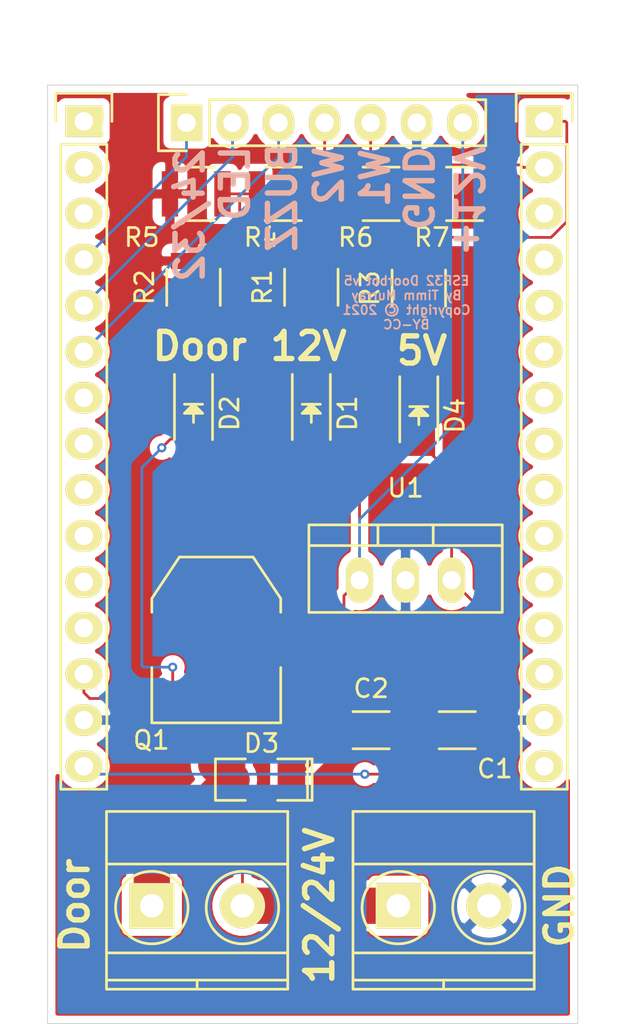
<source format=kicad_pcb>
(kicad_pcb (version 20171130) (host pcbnew "(5.1.7)-1")

  (general
    (thickness 1.6)
    (drawings 18)
    (tracks 74)
    (zones 0)
    (modules 20)
    (nets 37)
  )

  (page A4)
  (layers
    (0 F.Cu signal)
    (31 B.Cu signal)
    (32 B.Adhes user)
    (33 F.Adhes user)
    (34 B.Paste user)
    (35 F.Paste user)
    (36 B.SilkS user)
    (37 F.SilkS user)
    (38 B.Mask user)
    (39 F.Mask user)
    (40 Dwgs.User user)
    (41 Cmts.User user)
    (42 Eco1.User user)
    (43 Eco2.User user)
    (44 Edge.Cuts user)
    (45 Margin user)
    (46 B.CrtYd user)
    (47 F.CrtYd user)
    (48 B.Fab user)
    (49 F.Fab user)
  )

  (setup
    (last_trace_width 0.1524)
    (trace_clearance 0.1524)
    (zone_clearance 0.408)
    (zone_45_only no)
    (trace_min 0.1524)
    (via_size 0.508)
    (via_drill 0.254)
    (via_min_size 0.508)
    (via_min_drill 0.254)
    (uvia_size 0.508)
    (uvia_drill 0.254)
    (uvias_allowed no)
    (uvia_min_size 0.2)
    (uvia_min_drill 0.1)
    (edge_width 0.05)
    (segment_width 0.2)
    (pcb_text_width 0.3)
    (pcb_text_size 1.5 1.5)
    (mod_edge_width 0.12)
    (mod_text_size 1 1)
    (mod_text_width 0.15)
    (pad_size 3.6576 2.032)
    (pad_drill 0)
    (pad_to_mask_clearance 0.0508)
    (aux_axis_origin 0 0)
    (visible_elements 7FFFFFFF)
    (pcbplotparams
      (layerselection 0x010fc_ffffffff)
      (usegerberextensions false)
      (usegerberattributes true)
      (usegerberadvancedattributes true)
      (creategerberjobfile true)
      (excludeedgelayer true)
      (linewidth 2.000000)
      (plotframeref false)
      (viasonmask false)
      (mode 1)
      (useauxorigin false)
      (hpglpennumber 1)
      (hpglpenspeed 20)
      (hpglpendiameter 15.000000)
      (psnegative false)
      (psa4output false)
      (plotreference true)
      (plotvalue true)
      (plotinvisibletext false)
      (padsonsilk false)
      (subtractmaskfromsilk false)
      (outputformat 1)
      (mirror false)
      (drillshape 1)
      (scaleselection 1)
      (outputdirectory ""))
  )

  (net 0 "")
  (net 1 GND)
  (net 2 12V)
  (net 3 5V)
  (net 4 LATCH_OUT)
  (net 5 24_32_SWITCH)
  (net 6 READER_LED)
  (net 7 READER_BUZZ)
  (net 8 DOOR)
  (net 9 WIEGAND_IN2)
  (net 10 WIEGAND_IN1)
  (net 11 "Net-(D1-Pad1)")
  (net 12 "Net-(D2-Pad1)")
  (net 13 "Net-(D4-Pad1)")
  (net 14 WIEGAND_OUT2)
  (net 15 WIEGAND_OUT1)
  (net 16 "Net-(J4-Pad12)")
  (net 17 "Net-(J4-Pad11)")
  (net 18 "Net-(J4-Pad10)")
  (net 19 "Net-(J4-Pad9)")
  (net 20 "Net-(J4-Pad8)")
  (net 21 "Net-(J4-Pad7)")
  (net 22 "Net-(J4-Pad3)")
  (net 23 "Net-(J4-Pad2)")
  (net 24 "Net-(J4-Pad1)")
  (net 25 "Net-(J5-Pad3)")
  (net 26 "Net-(J5-Pad4)")
  (net 27 "Net-(J5-Pad5)")
  (net 28 "Net-(J5-Pad6)")
  (net 29 "Net-(J5-Pad7)")
  (net 30 "Net-(J5-Pad8)")
  (net 31 "Net-(J5-Pad9)")
  (net 32 "Net-(J5-Pad10)")
  (net 33 "Net-(J5-Pad11)")
  (net 34 "Net-(J5-Pad12)")
  (net 35 "Net-(J5-Pad13)")
  (net 36 "Net-(J5-Pad15)")

  (net_class Default "This is the default net class."
    (clearance 0.1524)
    (trace_width 0.1524)
    (via_dia 0.508)
    (via_drill 0.254)
    (uvia_dia 0.508)
    (uvia_drill 0.254)
    (diff_pair_width 0.1524)
    (diff_pair_gap 0.1524)
    (add_net 12V)
    (add_net 24_32_SWITCH)
    (add_net 5V)
    (add_net DOOR)
    (add_net GND)
    (add_net LATCH_OUT)
    (add_net "Net-(D1-Pad1)")
    (add_net "Net-(D2-Pad1)")
    (add_net "Net-(D4-Pad1)")
    (add_net "Net-(J4-Pad1)")
    (add_net "Net-(J4-Pad10)")
    (add_net "Net-(J4-Pad11)")
    (add_net "Net-(J4-Pad12)")
    (add_net "Net-(J4-Pad2)")
    (add_net "Net-(J4-Pad3)")
    (add_net "Net-(J4-Pad7)")
    (add_net "Net-(J4-Pad8)")
    (add_net "Net-(J4-Pad9)")
    (add_net "Net-(J5-Pad10)")
    (add_net "Net-(J5-Pad11)")
    (add_net "Net-(J5-Pad12)")
    (add_net "Net-(J5-Pad13)")
    (add_net "Net-(J5-Pad15)")
    (add_net "Net-(J5-Pad3)")
    (add_net "Net-(J5-Pad4)")
    (add_net "Net-(J5-Pad5)")
    (add_net "Net-(J5-Pad6)")
    (add_net "Net-(J5-Pad7)")
    (add_net "Net-(J5-Pad8)")
    (add_net "Net-(J5-Pad9)")
    (add_net READER_BUZZ)
    (add_net READER_LED)
    (add_net WIEGAND_IN1)
    (add_net WIEGAND_IN2)
    (add_net WIEGAND_OUT1)
    (add_net WIEGAND_OUT2)
  )

  (module Capacitors_SMD:C_1206 (layer F.Cu) (tedit 5415D7BD) (tstamp 615101C8)
    (at 115.85 133.575)
    (descr "Capacitor SMD 1206, reflow soldering, AVX (see smccp.pdf)")
    (tags "capacitor 1206")
    (path /61517F68)
    (attr smd)
    (fp_text reference C2 (at 0 -2.3) (layer F.SilkS)
      (effects (font (size 1 1) (thickness 0.15)))
    )
    (fp_text value 10uF (at 0 2.3) (layer F.Fab)
      (effects (font (size 1 1) (thickness 0.15)))
    )
    (fp_line (start -2.3 -1.15) (end 2.3 -1.15) (layer F.CrtYd) (width 0.05))
    (fp_line (start -2.3 1.15) (end 2.3 1.15) (layer F.CrtYd) (width 0.05))
    (fp_line (start -2.3 -1.15) (end -2.3 1.15) (layer F.CrtYd) (width 0.05))
    (fp_line (start 2.3 -1.15) (end 2.3 1.15) (layer F.CrtYd) (width 0.05))
    (fp_line (start 1 -1.025) (end -1 -1.025) (layer F.SilkS) (width 0.15))
    (fp_line (start -1 1.025) (end 1 1.025) (layer F.SilkS) (width 0.15))
    (pad 1 smd rect (at -1.5 0) (size 1 1.6) (layers F.Cu F.Paste F.Mask)
      (net 2 12V))
    (pad 2 smd rect (at 1.5 0) (size 1 1.6) (layers F.Cu F.Paste F.Mask)
      (net 1 GND))
    (model Capacitors_SMD.3dshapes/C_1206.wrl
      (at (xyz 0 0 0))
      (scale (xyz 1 1 1))
      (rotate (xyz 0 0 0))
    )
  )

  (module TO_SOT_Packages_SMD:SOT-223 (layer F.Cu) (tedit 6150E14B) (tstamp 6150DF0C)
    (at 107.306001 128.597001)
    (descr "module CMS SOT223 4 pins")
    (tags "CMS SOT")
    (path /61512B24)
    (attr smd)
    (fp_text reference Q1 (at -3.581001 5.527999) (layer F.SilkS)
      (effects (font (size 1 1) (thickness 0.15)))
    )
    (fp_text value ZXMP4A16G (at 0 0.762) (layer F.Fab)
      (effects (font (size 1 1) (thickness 0.15)))
    )
    (fp_line (start 3.556 -2.286) (end 3.556 -1.524) (layer F.SilkS) (width 0.15))
    (fp_line (start 2.032 -4.572) (end 3.556 -2.286) (layer F.SilkS) (width 0.15))
    (fp_line (start -2.032 -4.572) (end 2.032 -4.572) (layer F.SilkS) (width 0.15))
    (fp_line (start -3.556 -2.286) (end -2.032 -4.572) (layer F.SilkS) (width 0.15))
    (fp_line (start -3.556 -1.524) (end -3.556 -2.286) (layer F.SilkS) (width 0.15))
    (fp_line (start 3.556 4.572) (end 3.556 1.524) (layer F.SilkS) (width 0.15))
    (fp_line (start -3.556 4.572) (end 3.556 4.572) (layer F.SilkS) (width 0.15))
    (fp_line (start -3.556 1.524) (end -3.556 4.572) (layer F.SilkS) (width 0.15))
    (pad 4 smd rect (at 0 -3.302) (size 3.6576 2.032) (layers F.Cu F.Paste F.Mask)
      (net 4 LATCH_OUT))
    (pad 2 smd rect (at 0 3.302) (size 1.016 2.032) (layers F.Cu F.Paste F.Mask)
      (net 4 LATCH_OUT))
    (pad 3 smd rect (at 2.286 3.302) (size 1.016 2.032) (layers F.Cu F.Paste F.Mask)
      (net 1 GND))
    (pad 1 smd rect (at -2.286 3.302) (size 1.016 2.032) (layers F.Cu F.Paste F.Mask)
      (net 8 DOOR))
    (model TO_SOT_Packages_SMD.3dshapes/SOT-223.wrl
      (at (xyz 0 0 0))
      (scale (xyz 0.4 0.4 0.4))
      (rotate (xyz 0 0 0))
    )
  )

  (module LEDs:LED-1206 (layer F.Cu) (tedit 55BDE2E8) (tstamp 60841A70)
    (at 118.48 116.23 270)
    (descr "LED 1206 smd package")
    (tags "LED1206 SMD")
    (path /60611FCC)
    (attr smd)
    (fp_text reference D4 (at 0 -2 90) (layer F.SilkS)
      (effects (font (size 1 1) (thickness 0.15)))
    )
    (fp_text value LED (at 0 2 90) (layer F.Fab)
      (effects (font (size 1 1) (thickness 0.15)))
    )
    (fp_line (start -2.15 1.05) (end 1.45 1.05) (layer F.SilkS) (width 0.15))
    (fp_line (start -2.15 -1.05) (end 1.45 -1.05) (layer F.SilkS) (width 0.15))
    (fp_line (start -0.1 -0.3) (end -0.1 0.3) (layer F.SilkS) (width 0.15))
    (fp_line (start -0.1 0.3) (end -0.4 0) (layer F.SilkS) (width 0.15))
    (fp_line (start -0.4 0) (end -0.2 -0.2) (layer F.SilkS) (width 0.15))
    (fp_line (start -0.2 -0.2) (end -0.2 0.05) (layer F.SilkS) (width 0.15))
    (fp_line (start -0.2 0.05) (end -0.25 0) (layer F.SilkS) (width 0.15))
    (fp_line (start -0.5 -0.5) (end -0.5 0.5) (layer F.SilkS) (width 0.15))
    (fp_line (start 0 0) (end 0.5 0) (layer F.SilkS) (width 0.15))
    (fp_line (start -0.5 0) (end 0 -0.5) (layer F.SilkS) (width 0.15))
    (fp_line (start 0 -0.5) (end 0 0.5) (layer F.SilkS) (width 0.15))
    (fp_line (start 0 0.5) (end -0.5 0) (layer F.SilkS) (width 0.15))
    (fp_line (start 2.5 -1.25) (end -2.5 -1.25) (layer F.CrtYd) (width 0.05))
    (fp_line (start -2.5 -1.25) (end -2.5 1.25) (layer F.CrtYd) (width 0.05))
    (fp_line (start -2.5 1.25) (end 2.5 1.25) (layer F.CrtYd) (width 0.05))
    (fp_line (start 2.5 1.25) (end 2.5 -1.25) (layer F.CrtYd) (width 0.05))
    (pad 2 smd rect (at 1.41986 0 90) (size 1.59766 1.80086) (layers F.Cu F.Paste F.Mask)
      (net 3 5V))
    (pad 1 smd rect (at -1.41986 0 90) (size 1.59766 1.80086) (layers F.Cu F.Paste F.Mask)
      (net 13 "Net-(D4-Pad1)"))
  )

  (module Capacitors_SMD:C_1206 (layer F.Cu) (tedit 5415D7BD) (tstamp 60836489)
    (at 120.6 133.575 180)
    (descr "Capacitor SMD 1206, reflow soldering, AVX (see smccp.pdf)")
    (tags "capacitor 1206")
    (path /606078C6)
    (attr smd)
    (fp_text reference C1 (at -2.074 -2.128) (layer F.SilkS)
      (effects (font (size 1 1) (thickness 0.15)))
    )
    (fp_text value 22uF (at 0 2.3) (layer F.Fab)
      (effects (font (size 1 1) (thickness 0.15)))
    )
    (fp_line (start -1 1.025) (end 1 1.025) (layer F.SilkS) (width 0.15))
    (fp_line (start 1 -1.025) (end -1 -1.025) (layer F.SilkS) (width 0.15))
    (fp_line (start 2.3 -1.15) (end 2.3 1.15) (layer F.CrtYd) (width 0.05))
    (fp_line (start -2.3 -1.15) (end -2.3 1.15) (layer F.CrtYd) (width 0.05))
    (fp_line (start -2.3 1.15) (end 2.3 1.15) (layer F.CrtYd) (width 0.05))
    (fp_line (start -2.3 -1.15) (end 2.3 -1.15) (layer F.CrtYd) (width 0.05))
    (pad 2 smd rect (at 1.5 0 180) (size 1 1.6) (layers F.Cu F.Paste F.Mask)
      (net 1 GND))
    (pad 1 smd rect (at -1.5 0 180) (size 1 1.6) (layers F.Cu F.Paste F.Mask)
      (net 3 5V))
    (model Capacitors_SMD.3dshapes/C_1206.wrl
      (at (xyz 0 0 0))
      (scale (xyz 1 1 1))
      (rotate (xyz 0 0 0))
    )
  )

  (module Pin_Headers:Pin_Header_Straight_1x07 (layer F.Cu) (tedit 0) (tstamp 608364B3)
    (at 105.664 100.076 90)
    (descr "Through hole pin header")
    (tags "pin header")
    (path /608355C5)
    (fp_text reference J1 (at 0 -5.1 90) (layer F.SilkS)
      (effects (font (size 1 1) (thickness 0.15)))
    )
    (fp_text value Conn_01x07_Male (at 0 -3.1 90) (layer F.Fab)
      (effects (font (size 1 1) (thickness 0.15)))
    )
    (fp_line (start -1.75 -1.75) (end -1.75 17) (layer F.CrtYd) (width 0.05))
    (fp_line (start 1.75 -1.75) (end 1.75 17) (layer F.CrtYd) (width 0.05))
    (fp_line (start -1.75 -1.75) (end 1.75 -1.75) (layer F.CrtYd) (width 0.05))
    (fp_line (start -1.75 17) (end 1.75 17) (layer F.CrtYd) (width 0.05))
    (fp_line (start 1.27 1.27) (end 1.27 16.51) (layer F.SilkS) (width 0.15))
    (fp_line (start 1.27 16.51) (end -1.27 16.51) (layer F.SilkS) (width 0.15))
    (fp_line (start -1.27 16.51) (end -1.27 1.27) (layer F.SilkS) (width 0.15))
    (fp_line (start 1.55 -1.55) (end 1.55 0) (layer F.SilkS) (width 0.15))
    (fp_line (start 1.27 1.27) (end -1.27 1.27) (layer F.SilkS) (width 0.15))
    (fp_line (start -1.55 0) (end -1.55 -1.55) (layer F.SilkS) (width 0.15))
    (fp_line (start -1.55 -1.55) (end 1.55 -1.55) (layer F.SilkS) (width 0.15))
    (pad 1 thru_hole rect (at 0 0 90) (size 2.032 1.7272) (drill 1.016) (layers *.Cu *.Mask F.SilkS)
      (net 5 24_32_SWITCH))
    (pad 2 thru_hole oval (at 0 2.54 90) (size 2.032 1.7272) (drill 1.016) (layers *.Cu *.Mask F.SilkS)
      (net 6 READER_LED))
    (pad 3 thru_hole oval (at 0 5.08 90) (size 2.032 1.7272) (drill 1.016) (layers *.Cu *.Mask F.SilkS)
      (net 7 READER_BUZZ))
    (pad 4 thru_hole oval (at 0 7.62 90) (size 2.032 1.7272) (drill 1.016) (layers *.Cu *.Mask F.SilkS)
      (net 9 WIEGAND_IN2))
    (pad 5 thru_hole oval (at 0 10.16 90) (size 2.032 1.7272) (drill 1.016) (layers *.Cu *.Mask F.SilkS)
      (net 10 WIEGAND_IN1))
    (pad 6 thru_hole oval (at 0 12.7 90) (size 2.032 1.7272) (drill 1.016) (layers *.Cu *.Mask F.SilkS)
      (net 1 GND))
    (pad 7 thru_hole oval (at 0 15.24 90) (size 2.032 1.7272) (drill 1.016) (layers *.Cu *.Mask F.SilkS)
      (net 2 12V))
    (model Pin_Headers.3dshapes/Pin_Header_Straight_1x07.wrl
      (offset (xyz 0 -7.619999885559082 0))
      (scale (xyz 1 1 1))
      (rotate (xyz 0 0 90))
    )
  )

  (module Terminal_Blocks:TerminalBlock_Pheonix_MKDS1.5-2pol (layer F.Cu) (tedit 563007E4) (tstamp 608364C7)
    (at 103.75 143.256)
    (descr "2-way 5mm pitch terminal block, Phoenix MKDS series")
    (path /60482C20)
    (fp_text reference J2 (at 2.5 5.9) (layer F.SilkS) hide
      (effects (font (size 1 1) (thickness 0.15)))
    )
    (fp_text value Conn_01x02_Female (at 2.5 -6.6) (layer F.Fab)
      (effects (font (size 1 1) (thickness 0.15)))
    )
    (fp_line (start -2.7 -5.4) (end 7.7 -5.4) (layer F.CrtYd) (width 0.05))
    (fp_line (start -2.7 4.8) (end -2.7 -5.4) (layer F.CrtYd) (width 0.05))
    (fp_line (start 7.7 4.8) (end -2.7 4.8) (layer F.CrtYd) (width 0.05))
    (fp_line (start 7.7 -5.4) (end 7.7 4.8) (layer F.CrtYd) (width 0.05))
    (fp_line (start 2.5 4.1) (end 2.5 4.6) (layer F.SilkS) (width 0.15))
    (fp_circle (center 5 0.1) (end 3 0.1) (layer F.SilkS) (width 0.15))
    (fp_circle (center 0 0.1) (end 2 0.1) (layer F.SilkS) (width 0.15))
    (fp_line (start -2.5 2.6) (end 7.5 2.6) (layer F.SilkS) (width 0.15))
    (fp_line (start -2.5 -2.3) (end 7.5 -2.3) (layer F.SilkS) (width 0.15))
    (fp_line (start -2.5 4.1) (end 7.5 4.1) (layer F.SilkS) (width 0.15))
    (fp_line (start -2.5 4.6) (end 7.5 4.6) (layer F.SilkS) (width 0.15))
    (fp_line (start 7.5 4.6) (end 7.5 -5.2) (layer F.SilkS) (width 0.15))
    (fp_line (start 7.5 -5.2) (end -2.5 -5.2) (layer F.SilkS) (width 0.15))
    (fp_line (start -2.5 -5.2) (end -2.5 4.6) (layer F.SilkS) (width 0.15))
    (pad 1 thru_hole rect (at 0 0) (size 2.5 2.5) (drill 1.3) (layers *.Cu *.Mask F.SilkS)
      (net 4 LATCH_OUT))
    (pad 2 thru_hole circle (at 5 0) (size 2.5 2.5) (drill 1.3) (layers *.Cu *.Mask F.SilkS)
      (net 2 12V))
    (model Terminal_Blocks.3dshapes/TerminalBlock_Pheonix_MKDS1.5-2pol.wrl
      (offset (xyz 2.499359962463379 0 0))
      (scale (xyz 1 1 1))
      (rotate (xyz 0 0 0))
    )
  )

  (module Terminal_Blocks:TerminalBlock_Pheonix_MKDS1.5-2pol (layer F.Cu) (tedit 563007E4) (tstamp 608364DB)
    (at 117.348 143.256)
    (descr "2-way 5mm pitch terminal block, Phoenix MKDS series")
    (path /60844277)
    (fp_text reference J3 (at 2.5 5.9) (layer F.SilkS) hide
      (effects (font (size 1 1) (thickness 0.15)))
    )
    (fp_text value Barrel_Jack (at 2.5 -6.6) (layer F.Fab)
      (effects (font (size 1 1) (thickness 0.15)))
    )
    (fp_line (start -2.5 -5.2) (end -2.5 4.6) (layer F.SilkS) (width 0.15))
    (fp_line (start 7.5 -5.2) (end -2.5 -5.2) (layer F.SilkS) (width 0.15))
    (fp_line (start 7.5 4.6) (end 7.5 -5.2) (layer F.SilkS) (width 0.15))
    (fp_line (start -2.5 4.6) (end 7.5 4.6) (layer F.SilkS) (width 0.15))
    (fp_line (start -2.5 4.1) (end 7.5 4.1) (layer F.SilkS) (width 0.15))
    (fp_line (start -2.5 -2.3) (end 7.5 -2.3) (layer F.SilkS) (width 0.15))
    (fp_line (start -2.5 2.6) (end 7.5 2.6) (layer F.SilkS) (width 0.15))
    (fp_circle (center 0 0.1) (end 2 0.1) (layer F.SilkS) (width 0.15))
    (fp_circle (center 5 0.1) (end 3 0.1) (layer F.SilkS) (width 0.15))
    (fp_line (start 2.5 4.1) (end 2.5 4.6) (layer F.SilkS) (width 0.15))
    (fp_line (start 7.7 -5.4) (end 7.7 4.8) (layer F.CrtYd) (width 0.05))
    (fp_line (start 7.7 4.8) (end -2.7 4.8) (layer F.CrtYd) (width 0.05))
    (fp_line (start -2.7 4.8) (end -2.7 -5.4) (layer F.CrtYd) (width 0.05))
    (fp_line (start -2.7 -5.4) (end 7.7 -5.4) (layer F.CrtYd) (width 0.05))
    (pad 2 thru_hole circle (at 5 0) (size 2.5 2.5) (drill 1.3) (layers *.Cu *.Mask F.SilkS)
      (net 1 GND))
    (pad 1 thru_hole rect (at 0 0) (size 2.5 2.5) (drill 1.3) (layers *.Cu *.Mask F.SilkS)
      (net 2 12V))
    (model Terminal_Blocks.3dshapes/TerminalBlock_Pheonix_MKDS1.5-2pol.wrl
      (offset (xyz 2.499359962463379 0 0))
      (scale (xyz 1 1 1))
      (rotate (xyz 0 0 0))
    )
  )

  (module Pin_Headers:Pin_Header_Straight_1x15 (layer F.Cu) (tedit 0) (tstamp 608364F9)
    (at 100 100)
    (descr "Through hole pin header")
    (tags "pin header")
    (path /608610DB)
    (fp_text reference J4 (at 0 -5.1) (layer F.SilkS) hide
      (effects (font (size 1 1) (thickness 0.15)))
    )
    (fp_text value WROOM32_1 (at 0 -3.1) (layer F.Fab)
      (effects (font (size 1 1) (thickness 0.15)))
    )
    (fp_line (start -1.55 -1.55) (end 1.55 -1.55) (layer F.SilkS) (width 0.15))
    (fp_line (start -1.55 0) (end -1.55 -1.55) (layer F.SilkS) (width 0.15))
    (fp_line (start 1.27 1.27) (end -1.27 1.27) (layer F.SilkS) (width 0.15))
    (fp_line (start 1.55 -1.55) (end 1.55 0) (layer F.SilkS) (width 0.15))
    (fp_line (start 1.27 36.83) (end 1.27 1.27) (layer F.SilkS) (width 0.15))
    (fp_line (start -1.27 36.83) (end 1.27 36.83) (layer F.SilkS) (width 0.15))
    (fp_line (start -1.27 1.27) (end -1.27 36.83) (layer F.SilkS) (width 0.15))
    (fp_line (start -1.75 37.35) (end 1.75 37.35) (layer F.CrtYd) (width 0.05))
    (fp_line (start -1.75 -1.75) (end 1.75 -1.75) (layer F.CrtYd) (width 0.05))
    (fp_line (start 1.75 -1.75) (end 1.75 37.35) (layer F.CrtYd) (width 0.05))
    (fp_line (start -1.75 -1.75) (end -1.75 37.35) (layer F.CrtYd) (width 0.05))
    (pad 15 thru_hole oval (at 0 35.56) (size 2.032 1.7272) (drill 1.016) (layers *.Cu *.Mask F.SilkS)
      (net 3 5V))
    (pad 14 thru_hole oval (at 0 33.02) (size 2.032 1.7272) (drill 1.016) (layers *.Cu *.Mask F.SilkS)
      (net 1 GND))
    (pad 13 thru_hole oval (at 0 30.48) (size 2.032 1.7272) (drill 1.016) (layers *.Cu *.Mask F.SilkS)
      (net 8 DOOR))
    (pad 12 thru_hole oval (at 0 27.94) (size 2.032 1.7272) (drill 1.016) (layers *.Cu *.Mask F.SilkS)
      (net 16 "Net-(J4-Pad12)"))
    (pad 11 thru_hole oval (at 0 25.4) (size 2.032 1.7272) (drill 1.016) (layers *.Cu *.Mask F.SilkS)
      (net 17 "Net-(J4-Pad11)"))
    (pad 10 thru_hole oval (at 0 22.86) (size 2.032 1.7272) (drill 1.016) (layers *.Cu *.Mask F.SilkS)
      (net 18 "Net-(J4-Pad10)"))
    (pad 9 thru_hole oval (at 0 20.32) (size 2.032 1.7272) (drill 1.016) (layers *.Cu *.Mask F.SilkS)
      (net 19 "Net-(J4-Pad9)"))
    (pad 8 thru_hole oval (at 0 17.78) (size 2.032 1.7272) (drill 1.016) (layers *.Cu *.Mask F.SilkS)
      (net 20 "Net-(J4-Pad8)"))
    (pad 7 thru_hole oval (at 0 15.24) (size 2.032 1.7272) (drill 1.016) (layers *.Cu *.Mask F.SilkS)
      (net 21 "Net-(J4-Pad7)"))
    (pad 6 thru_hole oval (at 0 12.7) (size 2.032 1.7272) (drill 1.016) (layers *.Cu *.Mask F.SilkS)
      (net 7 READER_BUZZ))
    (pad 5 thru_hole oval (at 0 10.16) (size 2.032 1.7272) (drill 1.016) (layers *.Cu *.Mask F.SilkS)
      (net 6 READER_LED))
    (pad 4 thru_hole oval (at 0 7.62) (size 2.032 1.7272) (drill 1.016) (layers *.Cu *.Mask F.SilkS)
      (net 5 24_32_SWITCH))
    (pad 3 thru_hole oval (at 0 5.08) (size 2.032 1.7272) (drill 1.016) (layers *.Cu *.Mask F.SilkS)
      (net 22 "Net-(J4-Pad3)"))
    (pad 2 thru_hole oval (at 0 2.54) (size 2.032 1.7272) (drill 1.016) (layers *.Cu *.Mask F.SilkS)
      (net 23 "Net-(J4-Pad2)"))
    (pad 1 thru_hole rect (at 0 0) (size 2.032 1.7272) (drill 1.016) (layers *.Cu *.Mask F.SilkS)
      (net 24 "Net-(J4-Pad1)"))
    (model Pin_Headers.3dshapes/Pin_Header_Straight_1x15.wrl
      (offset (xyz 0 -17.77999973297119 0))
      (scale (xyz 1 1 1))
      (rotate (xyz 0 0 90))
    )
  )

  (module Pin_Headers:Pin_Header_Straight_1x15 (layer F.Cu) (tedit 0) (tstamp 60836517)
    (at 125.4 100)
    (descr "Through hole pin header")
    (tags "pin header")
    (path /60861B21)
    (fp_text reference J5 (at 0 -5.1) (layer F.SilkS) hide
      (effects (font (size 1 1) (thickness 0.15)))
    )
    (fp_text value WROOM32_2 (at 0 -3.1) (layer F.Fab)
      (effects (font (size 1 1) (thickness 0.15)))
    )
    (fp_line (start -1.75 -1.75) (end -1.75 37.35) (layer F.CrtYd) (width 0.05))
    (fp_line (start 1.75 -1.75) (end 1.75 37.35) (layer F.CrtYd) (width 0.05))
    (fp_line (start -1.75 -1.75) (end 1.75 -1.75) (layer F.CrtYd) (width 0.05))
    (fp_line (start -1.75 37.35) (end 1.75 37.35) (layer F.CrtYd) (width 0.05))
    (fp_line (start -1.27 1.27) (end -1.27 36.83) (layer F.SilkS) (width 0.15))
    (fp_line (start -1.27 36.83) (end 1.27 36.83) (layer F.SilkS) (width 0.15))
    (fp_line (start 1.27 36.83) (end 1.27 1.27) (layer F.SilkS) (width 0.15))
    (fp_line (start 1.55 -1.55) (end 1.55 0) (layer F.SilkS) (width 0.15))
    (fp_line (start 1.27 1.27) (end -1.27 1.27) (layer F.SilkS) (width 0.15))
    (fp_line (start -1.55 0) (end -1.55 -1.55) (layer F.SilkS) (width 0.15))
    (fp_line (start -1.55 -1.55) (end 1.55 -1.55) (layer F.SilkS) (width 0.15))
    (pad 1 thru_hole rect (at 0 0) (size 2.032 1.7272) (drill 1.016) (layers *.Cu *.Mask F.SilkS)
      (net 14 WIEGAND_OUT2))
    (pad 2 thru_hole oval (at 0 2.54) (size 2.032 1.7272) (drill 1.016) (layers *.Cu *.Mask F.SilkS)
      (net 15 WIEGAND_OUT1))
    (pad 3 thru_hole oval (at 0 5.08) (size 2.032 1.7272) (drill 1.016) (layers *.Cu *.Mask F.SilkS)
      (net 25 "Net-(J5-Pad3)"))
    (pad 4 thru_hole oval (at 0 7.62) (size 2.032 1.7272) (drill 1.016) (layers *.Cu *.Mask F.SilkS)
      (net 26 "Net-(J5-Pad4)"))
    (pad 5 thru_hole oval (at 0 10.16) (size 2.032 1.7272) (drill 1.016) (layers *.Cu *.Mask F.SilkS)
      (net 27 "Net-(J5-Pad5)"))
    (pad 6 thru_hole oval (at 0 12.7) (size 2.032 1.7272) (drill 1.016) (layers *.Cu *.Mask F.SilkS)
      (net 28 "Net-(J5-Pad6)"))
    (pad 7 thru_hole oval (at 0 15.24) (size 2.032 1.7272) (drill 1.016) (layers *.Cu *.Mask F.SilkS)
      (net 29 "Net-(J5-Pad7)"))
    (pad 8 thru_hole oval (at 0 17.78) (size 2.032 1.7272) (drill 1.016) (layers *.Cu *.Mask F.SilkS)
      (net 30 "Net-(J5-Pad8)"))
    (pad 9 thru_hole oval (at 0 20.32) (size 2.032 1.7272) (drill 1.016) (layers *.Cu *.Mask F.SilkS)
      (net 31 "Net-(J5-Pad9)"))
    (pad 10 thru_hole oval (at 0 22.86) (size 2.032 1.7272) (drill 1.016) (layers *.Cu *.Mask F.SilkS)
      (net 32 "Net-(J5-Pad10)"))
    (pad 11 thru_hole oval (at 0 25.4) (size 2.032 1.7272) (drill 1.016) (layers *.Cu *.Mask F.SilkS)
      (net 33 "Net-(J5-Pad11)"))
    (pad 12 thru_hole oval (at 0 27.94) (size 2.032 1.7272) (drill 1.016) (layers *.Cu *.Mask F.SilkS)
      (net 34 "Net-(J5-Pad12)"))
    (pad 13 thru_hole oval (at 0 30.48) (size 2.032 1.7272) (drill 1.016) (layers *.Cu *.Mask F.SilkS)
      (net 35 "Net-(J5-Pad13)"))
    (pad 14 thru_hole oval (at 0 33.02) (size 2.032 1.7272) (drill 1.016) (layers *.Cu *.Mask F.SilkS)
      (net 1 GND))
    (pad 15 thru_hole oval (at 0 35.56) (size 2.032 1.7272) (drill 1.016) (layers *.Cu *.Mask F.SilkS)
      (net 36 "Net-(J5-Pad15)"))
    (model Pin_Headers.3dshapes/Pin_Header_Straight_1x15.wrl
      (offset (xyz 0 -17.77999973297119 0))
      (scale (xyz 1 1 1))
      (rotate (xyz 0 0 90))
    )
  )

  (module Resistors_SMD:R_1210 (layer F.Cu) (tedit 5415D182) (tstamp 60836533)
    (at 112.55 109.15 90)
    (descr "Resistor SMD 1210, reflow soldering, Vishay (see dcrcw.pdf)")
    (tags "resistor 1210")
    (path /603AF7E7)
    (attr smd)
    (fp_text reference R1 (at 0 -2.7 90) (layer F.SilkS)
      (effects (font (size 1 1) (thickness 0.15)))
    )
    (fp_text value 1K (at 0 2.7 90) (layer F.Fab)
      (effects (font (size 1 1) (thickness 0.15)))
    )
    (fp_line (start -2.2 -1.6) (end 2.2 -1.6) (layer F.CrtYd) (width 0.05))
    (fp_line (start -2.2 1.6) (end 2.2 1.6) (layer F.CrtYd) (width 0.05))
    (fp_line (start -2.2 -1.6) (end -2.2 1.6) (layer F.CrtYd) (width 0.05))
    (fp_line (start 2.2 -1.6) (end 2.2 1.6) (layer F.CrtYd) (width 0.05))
    (fp_line (start 1 1.475) (end -1 1.475) (layer F.SilkS) (width 0.15))
    (fp_line (start -1 -1.475) (end 1 -1.475) (layer F.SilkS) (width 0.15))
    (pad 1 smd rect (at -1.45 0 90) (size 0.9 2.5) (layers F.Cu F.Paste F.Mask)
      (net 11 "Net-(D1-Pad1)"))
    (pad 2 smd rect (at 1.45 0 90) (size 0.9 2.5) (layers F.Cu F.Paste F.Mask)
      (net 1 GND))
    (model Resistors_SMD.3dshapes/R_1210.wrl
      (at (xyz 0 0 0))
      (scale (xyz 1 1 1))
      (rotate (xyz 0 0 0))
    )
  )

  (module Resistors_SMD:R_1210 (layer F.Cu) (tedit 5415D182) (tstamp 6083653F)
    (at 106.05 109.15 90)
    (descr "Resistor SMD 1210, reflow soldering, Vishay (see dcrcw.pdf)")
    (tags "resistor 1210")
    (path /6061821F)
    (attr smd)
    (fp_text reference R2 (at 0 -2.7 90) (layer F.SilkS)
      (effects (font (size 1 1) (thickness 0.15)))
    )
    (fp_text value 1K (at 0 2.7 90) (layer F.Fab)
      (effects (font (size 1 1) (thickness 0.15)))
    )
    (fp_line (start -1 -1.475) (end 1 -1.475) (layer F.SilkS) (width 0.15))
    (fp_line (start 1 1.475) (end -1 1.475) (layer F.SilkS) (width 0.15))
    (fp_line (start 2.2 -1.6) (end 2.2 1.6) (layer F.CrtYd) (width 0.05))
    (fp_line (start -2.2 -1.6) (end -2.2 1.6) (layer F.CrtYd) (width 0.05))
    (fp_line (start -2.2 1.6) (end 2.2 1.6) (layer F.CrtYd) (width 0.05))
    (fp_line (start -2.2 -1.6) (end 2.2 -1.6) (layer F.CrtYd) (width 0.05))
    (pad 2 smd rect (at 1.45 0 90) (size 0.9 2.5) (layers F.Cu F.Paste F.Mask)
      (net 1 GND))
    (pad 1 smd rect (at -1.45 0 90) (size 0.9 2.5) (layers F.Cu F.Paste F.Mask)
      (net 12 "Net-(D2-Pad1)"))
    (model Resistors_SMD.3dshapes/R_1210.wrl
      (at (xyz 0 0 0))
      (scale (xyz 1 1 1))
      (rotate (xyz 0 0 0))
    )
  )

  (module Resistors_SMD:R_1210 (layer F.Cu) (tedit 5415D182) (tstamp 6083654B)
    (at 118.48 109.2 90)
    (descr "Resistor SMD 1210, reflow soldering, Vishay (see dcrcw.pdf)")
    (tags "resistor 1210")
    (path /6061219C)
    (attr smd)
    (fp_text reference R3 (at 0 -2.7 90) (layer F.SilkS)
      (effects (font (size 1 1) (thickness 0.15)))
    )
    (fp_text value 1K (at 0 2.7 90) (layer F.Fab)
      (effects (font (size 1 1) (thickness 0.15)))
    )
    (fp_line (start -2.2 -1.6) (end 2.2 -1.6) (layer F.CrtYd) (width 0.05))
    (fp_line (start -2.2 1.6) (end 2.2 1.6) (layer F.CrtYd) (width 0.05))
    (fp_line (start -2.2 -1.6) (end -2.2 1.6) (layer F.CrtYd) (width 0.05))
    (fp_line (start 2.2 -1.6) (end 2.2 1.6) (layer F.CrtYd) (width 0.05))
    (fp_line (start 1 1.475) (end -1 1.475) (layer F.SilkS) (width 0.15))
    (fp_line (start -1 -1.475) (end 1 -1.475) (layer F.SilkS) (width 0.15))
    (pad 1 smd rect (at -1.45 0 90) (size 0.9 2.5) (layers F.Cu F.Paste F.Mask)
      (net 13 "Net-(D4-Pad1)"))
    (pad 2 smd rect (at 1.45 0 90) (size 0.9 2.5) (layers F.Cu F.Paste F.Mask)
      (net 1 GND))
    (model Resistors_SMD.3dshapes/R_1210.wrl
      (at (xyz 0 0 0))
      (scale (xyz 1 1 1))
      (rotate (xyz 0 0 0))
    )
  )

  (module LEDs:LED-1206 (layer F.Cu) (tedit 55BDE2E8) (tstamp 60841A46)
    (at 112.55 116.1 270)
    (descr "LED 1206 smd package")
    (tags "LED1206 SMD")
    (path /603AED23)
    (attr smd)
    (fp_text reference D1 (at 0 -2 90) (layer F.SilkS)
      (effects (font (size 1 1) (thickness 0.15)))
    )
    (fp_text value LED (at 0 2 90) (layer F.Fab)
      (effects (font (size 1 1) (thickness 0.15)))
    )
    (fp_line (start 2.5 1.25) (end 2.5 -1.25) (layer F.CrtYd) (width 0.05))
    (fp_line (start -2.5 1.25) (end 2.5 1.25) (layer F.CrtYd) (width 0.05))
    (fp_line (start -2.5 -1.25) (end -2.5 1.25) (layer F.CrtYd) (width 0.05))
    (fp_line (start 2.5 -1.25) (end -2.5 -1.25) (layer F.CrtYd) (width 0.05))
    (fp_line (start 0 0.5) (end -0.5 0) (layer F.SilkS) (width 0.15))
    (fp_line (start 0 -0.5) (end 0 0.5) (layer F.SilkS) (width 0.15))
    (fp_line (start -0.5 0) (end 0 -0.5) (layer F.SilkS) (width 0.15))
    (fp_line (start 0 0) (end 0.5 0) (layer F.SilkS) (width 0.15))
    (fp_line (start -0.5 -0.5) (end -0.5 0.5) (layer F.SilkS) (width 0.15))
    (fp_line (start -0.2 0.05) (end -0.25 0) (layer F.SilkS) (width 0.15))
    (fp_line (start -0.2 -0.2) (end -0.2 0.05) (layer F.SilkS) (width 0.15))
    (fp_line (start -0.4 0) (end -0.2 -0.2) (layer F.SilkS) (width 0.15))
    (fp_line (start -0.1 0.3) (end -0.4 0) (layer F.SilkS) (width 0.15))
    (fp_line (start -0.1 -0.3) (end -0.1 0.3) (layer F.SilkS) (width 0.15))
    (fp_line (start -2.15 -1.05) (end 1.45 -1.05) (layer F.SilkS) (width 0.15))
    (fp_line (start -2.15 1.05) (end 1.45 1.05) (layer F.SilkS) (width 0.15))
    (pad 1 smd rect (at -1.41986 0 90) (size 1.59766 1.80086) (layers F.Cu F.Paste F.Mask)
      (net 11 "Net-(D1-Pad1)"))
    (pad 2 smd rect (at 1.41986 0 90) (size 1.59766 1.80086) (layers F.Cu F.Paste F.Mask)
      (net 2 12V))
  )

  (module LEDs:LED-1206 (layer F.Cu) (tedit 55BDE2E8) (tstamp 60841A5B)
    (at 106.05 116.1 270)
    (descr "LED 1206 smd package")
    (tags "LED1206 SMD")
    (path /6061801A)
    (attr smd)
    (fp_text reference D2 (at 0 -2 90) (layer F.SilkS)
      (effects (font (size 1 1) (thickness 0.15)))
    )
    (fp_text value LED (at 0 2 90) (layer F.Fab)
      (effects (font (size 1 1) (thickness 0.15)))
    )
    (fp_line (start -2.15 1.05) (end 1.45 1.05) (layer F.SilkS) (width 0.15))
    (fp_line (start -2.15 -1.05) (end 1.45 -1.05) (layer F.SilkS) (width 0.15))
    (fp_line (start -0.1 -0.3) (end -0.1 0.3) (layer F.SilkS) (width 0.15))
    (fp_line (start -0.1 0.3) (end -0.4 0) (layer F.SilkS) (width 0.15))
    (fp_line (start -0.4 0) (end -0.2 -0.2) (layer F.SilkS) (width 0.15))
    (fp_line (start -0.2 -0.2) (end -0.2 0.05) (layer F.SilkS) (width 0.15))
    (fp_line (start -0.2 0.05) (end -0.25 0) (layer F.SilkS) (width 0.15))
    (fp_line (start -0.5 -0.5) (end -0.5 0.5) (layer F.SilkS) (width 0.15))
    (fp_line (start 0 0) (end 0.5 0) (layer F.SilkS) (width 0.15))
    (fp_line (start -0.5 0) (end 0 -0.5) (layer F.SilkS) (width 0.15))
    (fp_line (start 0 -0.5) (end 0 0.5) (layer F.SilkS) (width 0.15))
    (fp_line (start 0 0.5) (end -0.5 0) (layer F.SilkS) (width 0.15))
    (fp_line (start 2.5 -1.25) (end -2.5 -1.25) (layer F.CrtYd) (width 0.05))
    (fp_line (start -2.5 -1.25) (end -2.5 1.25) (layer F.CrtYd) (width 0.05))
    (fp_line (start -2.5 1.25) (end 2.5 1.25) (layer F.CrtYd) (width 0.05))
    (fp_line (start 2.5 1.25) (end 2.5 -1.25) (layer F.CrtYd) (width 0.05))
    (pad 2 smd rect (at 1.41986 0 90) (size 1.59766 1.80086) (layers F.Cu F.Paste F.Mask)
      (net 8 DOOR))
    (pad 1 smd rect (at -1.41986 0 90) (size 1.59766 1.80086) (layers F.Cu F.Paste F.Mask)
      (net 12 "Net-(D2-Pad1)"))
  )

  (module SMD_Packages:SMD-1206_Pol (layer F.Cu) (tedit 0) (tstamp 60842453)
    (at 109.8 136.3 180)
    (path /603A8238)
    (attr smd)
    (fp_text reference D3 (at 0 2) (layer F.SilkS)
      (effects (font (size 1 1) (thickness 0.15)))
    )
    (fp_text value D_Schottky (at 0 0) (layer F.Fab)
      (effects (font (size 1 1) (thickness 0.15)))
    )
    (fp_line (start -0.889 -1.143) (end -2.54 -1.143) (layer F.SilkS) (width 0.15))
    (fp_line (start 2.54 1.143) (end 0.889 1.143) (layer F.SilkS) (width 0.15))
    (fp_line (start 2.54 -1.143) (end 2.54 1.143) (layer F.SilkS) (width 0.15))
    (fp_line (start 0.889 -1.143) (end 2.54 -1.143) (layer F.SilkS) (width 0.15))
    (fp_line (start -2.54 1.143) (end -0.889 1.143) (layer F.SilkS) (width 0.15))
    (fp_line (start -2.54 -1.143) (end -2.54 1.143) (layer F.SilkS) (width 0.15))
    (fp_line (start -2.794 1.143) (end -2.54 1.143) (layer F.SilkS) (width 0.15))
    (fp_line (start -2.794 -1.143) (end -2.794 1.143) (layer F.SilkS) (width 0.15))
    (fp_line (start -2.54 -1.143) (end -2.794 -1.143) (layer F.SilkS) (width 0.15))
    (pad 1 smd rect (at -1.651 0 180) (size 1.524 2.032) (layers F.Cu F.Paste F.Mask)
      (net 2 12V))
    (pad 2 smd rect (at 1.651 0 180) (size 1.524 2.032) (layers F.Cu F.Paste F.Mask)
      (net 4 LATCH_OUT))
    (model SMD_Packages.3dshapes/SMD-1206_Pol.wrl
      (at (xyz 0 0 0))
      (scale (xyz 0.17 0.16 0.16))
      (rotate (xyz 0 0 0))
    )
  )

  (module Resistors_SMD:R_1210 (layer F.Cu) (tedit 5415D182) (tstamp 60E0EE14)
    (at 111 104 180)
    (descr "Resistor SMD 1210, reflow soldering, Vishay (see dcrcw.pdf)")
    (tags "resistor 1210")
    (path /60E15F7D)
    (attr smd)
    (fp_text reference R4 (at 1.2 -2.4) (layer F.SilkS)
      (effects (font (size 1 1) (thickness 0.15)))
    )
    (fp_text value 1k (at 0 2.7) (layer F.Fab)
      (effects (font (size 1 1) (thickness 0.15)))
    )
    (fp_line (start -2.2 -1.6) (end 2.2 -1.6) (layer F.CrtYd) (width 0.05))
    (fp_line (start -2.2 1.6) (end 2.2 1.6) (layer F.CrtYd) (width 0.05))
    (fp_line (start -2.2 -1.6) (end -2.2 1.6) (layer F.CrtYd) (width 0.05))
    (fp_line (start 2.2 -1.6) (end 2.2 1.6) (layer F.CrtYd) (width 0.05))
    (fp_line (start 1 1.475) (end -1 1.475) (layer F.SilkS) (width 0.15))
    (fp_line (start -1 -1.475) (end 1 -1.475) (layer F.SilkS) (width 0.15))
    (pad 2 smd rect (at 1.45 0 180) (size 0.9 2.5) (layers F.Cu F.Paste F.Mask)
      (net 14 WIEGAND_OUT2))
    (pad 1 smd rect (at -1.45 0 180) (size 0.9 2.5) (layers F.Cu F.Paste F.Mask)
      (net 9 WIEGAND_IN2))
    (model Resistors_SMD.3dshapes/R_1210.wrl
      (at (xyz 0 0 0))
      (scale (xyz 1 1 1))
      (rotate (xyz 0 0 0))
    )
  )

  (module Resistors_SMD:R_1210 (layer F.Cu) (tedit 5415D182) (tstamp 60E0EE20)
    (at 106.2 104 180)
    (descr "Resistor SMD 1210, reflow soldering, Vishay (see dcrcw.pdf)")
    (tags "resistor 1210")
    (path /60E1628B)
    (attr smd)
    (fp_text reference R5 (at 3 -2.4) (layer F.SilkS)
      (effects (font (size 1 1) (thickness 0.15)))
    )
    (fp_text value 2k (at 0 2.7) (layer F.Fab)
      (effects (font (size 1 1) (thickness 0.15)))
    )
    (fp_line (start -1 -1.475) (end 1 -1.475) (layer F.SilkS) (width 0.15))
    (fp_line (start 1 1.475) (end -1 1.475) (layer F.SilkS) (width 0.15))
    (fp_line (start 2.2 -1.6) (end 2.2 1.6) (layer F.CrtYd) (width 0.05))
    (fp_line (start -2.2 -1.6) (end -2.2 1.6) (layer F.CrtYd) (width 0.05))
    (fp_line (start -2.2 1.6) (end 2.2 1.6) (layer F.CrtYd) (width 0.05))
    (fp_line (start -2.2 -1.6) (end 2.2 -1.6) (layer F.CrtYd) (width 0.05))
    (pad 1 smd rect (at -1.45 0 180) (size 0.9 2.5) (layers F.Cu F.Paste F.Mask)
      (net 14 WIEGAND_OUT2))
    (pad 2 smd rect (at 1.45 0 180) (size 0.9 2.5) (layers F.Cu F.Paste F.Mask)
      (net 1 GND))
    (model Resistors_SMD.3dshapes/R_1210.wrl
      (at (xyz 0 0 0))
      (scale (xyz 1 1 1))
      (rotate (xyz 0 0 0))
    )
  )

  (module Resistors_SMD:R_1210 (layer F.Cu) (tedit 5415D182) (tstamp 60E0EE2C)
    (at 116.4 104)
    (descr "Resistor SMD 1210, reflow soldering, Vishay (see dcrcw.pdf)")
    (tags "resistor 1210")
    (path /60E258D5)
    (attr smd)
    (fp_text reference R6 (at -1.4 2.4) (layer F.SilkS)
      (effects (font (size 1 1) (thickness 0.15)))
    )
    (fp_text value 1k (at 0 2.7) (layer F.Fab)
      (effects (font (size 1 1) (thickness 0.15)))
    )
    (fp_line (start -2.2 -1.6) (end 2.2 -1.6) (layer F.CrtYd) (width 0.05))
    (fp_line (start -2.2 1.6) (end 2.2 1.6) (layer F.CrtYd) (width 0.05))
    (fp_line (start -2.2 -1.6) (end -2.2 1.6) (layer F.CrtYd) (width 0.05))
    (fp_line (start 2.2 -1.6) (end 2.2 1.6) (layer F.CrtYd) (width 0.05))
    (fp_line (start 1 1.475) (end -1 1.475) (layer F.SilkS) (width 0.15))
    (fp_line (start -1 -1.475) (end 1 -1.475) (layer F.SilkS) (width 0.15))
    (pad 2 smd rect (at 1.45 0) (size 0.9 2.5) (layers F.Cu F.Paste F.Mask)
      (net 15 WIEGAND_OUT1))
    (pad 1 smd rect (at -1.45 0) (size 0.9 2.5) (layers F.Cu F.Paste F.Mask)
      (net 10 WIEGAND_IN1))
    (model Resistors_SMD.3dshapes/R_1210.wrl
      (at (xyz 0 0 0))
      (scale (xyz 1 1 1))
      (rotate (xyz 0 0 0))
    )
  )

  (module Resistors_SMD:R_1210 (layer F.Cu) (tedit 5415D182) (tstamp 60E0EE38)
    (at 121 104)
    (descr "Resistor SMD 1210, reflow soldering, Vishay (see dcrcw.pdf)")
    (tags "resistor 1210")
    (path /60E258DC)
    (attr smd)
    (fp_text reference R7 (at -1.8 2.4) (layer F.SilkS)
      (effects (font (size 1 1) (thickness 0.15)))
    )
    (fp_text value 2k (at 0 2.7) (layer F.Fab)
      (effects (font (size 1 1) (thickness 0.15)))
    )
    (fp_line (start -1 -1.475) (end 1 -1.475) (layer F.SilkS) (width 0.15))
    (fp_line (start 1 1.475) (end -1 1.475) (layer F.SilkS) (width 0.15))
    (fp_line (start 2.2 -1.6) (end 2.2 1.6) (layer F.CrtYd) (width 0.05))
    (fp_line (start -2.2 -1.6) (end -2.2 1.6) (layer F.CrtYd) (width 0.05))
    (fp_line (start -2.2 1.6) (end 2.2 1.6) (layer F.CrtYd) (width 0.05))
    (fp_line (start -2.2 -1.6) (end 2.2 -1.6) (layer F.CrtYd) (width 0.05))
    (pad 1 smd rect (at -1.45 0) (size 0.9 2.5) (layers F.Cu F.Paste F.Mask)
      (net 15 WIEGAND_OUT1))
    (pad 2 smd rect (at 1.45 0) (size 0.9 2.5) (layers F.Cu F.Paste F.Mask)
      (net 1 GND))
    (model Resistors_SMD.3dshapes/R_1210.wrl
      (at (xyz 0 0 0))
      (scale (xyz 1 1 1))
      (rotate (xyz 0 0 0))
    )
  )

  (module TO_SOT_Packages_THT:TO-220_Neutral123_Vertical (layer F.Cu) (tedit 0) (tstamp 615101C9)
    (at 117.75 125.3)
    (descr "TO-220, Neutral, Vertical,")
    (tags "TO-220, Neutral, Vertical,")
    (path /60607032)
    (fp_text reference U1 (at 0 -5.08) (layer F.SilkS)
      (effects (font (size 1 1) (thickness 0.15)))
    )
    (fp_text value L7805 (at 0 3.81) (layer F.Fab)
      (effects (font (size 1 1) (thickness 0.15)))
    )
    (fp_line (start -1.524 -3.048) (end -1.524 -1.905) (layer F.SilkS) (width 0.15))
    (fp_line (start 1.524 -3.048) (end 1.524 -1.905) (layer F.SilkS) (width 0.15))
    (fp_line (start 5.334 -1.905) (end 5.334 1.778) (layer F.SilkS) (width 0.15))
    (fp_line (start 5.334 1.778) (end -5.334 1.778) (layer F.SilkS) (width 0.15))
    (fp_line (start -5.334 1.778) (end -5.334 -1.905) (layer F.SilkS) (width 0.15))
    (fp_line (start 5.334 -3.048) (end 5.334 -1.905) (layer F.SilkS) (width 0.15))
    (fp_line (start 5.334 -1.905) (end -5.334 -1.905) (layer F.SilkS) (width 0.15))
    (fp_line (start -5.334 -1.905) (end -5.334 -3.048) (layer F.SilkS) (width 0.15))
    (fp_line (start 0 -3.048) (end -5.334 -3.048) (layer F.SilkS) (width 0.15))
    (fp_line (start 0 -3.048) (end 5.334 -3.048) (layer F.SilkS) (width 0.15))
    (pad 2 thru_hole oval (at 0 0 90) (size 2.49936 1.50114) (drill 1.00076) (layers *.Cu *.Mask F.SilkS)
      (net 1 GND))
    (pad 1 thru_hole oval (at -2.54 0 90) (size 2.49936 1.50114) (drill 1.00076) (layers *.Cu *.Mask F.SilkS)
      (net 2 12V))
    (pad 3 thru_hole oval (at 2.54 0 90) (size 2.49936 1.50114) (drill 1.00076) (layers *.Cu *.Mask F.SilkS)
      (net 3 5V))
    (model TO_SOT_Packages_THT.3dshapes/TO-220_Neutral123_Vertical.wrl
      (at (xyz 0 0 0))
      (scale (xyz 0.3937 0.3937 0.3937))
      (rotate (xyz 0 0 0))
    )
  )

  (gr_text 24/32 (at 105.85 105.175 90) (layer B.SilkS) (tstamp 6150E288)
    (effects (font (size 1.5 1.5) (thickness 0.3)) (justify mirror))
  )
  (gr_text LED (at 108.35 103.425 90) (layer B.SilkS) (tstamp 6150E288)
    (effects (font (size 1.5 1.5) (thickness 0.3)) (justify mirror))
  )
  (gr_text BUZZ (at 110.95 104.2 90) (layer B.SilkS) (tstamp 6150E288)
    (effects (font (size 1.5 1.5) (thickness 0.3)) (justify mirror))
  )
  (gr_text W2 (at 113.525 103 90) (layer B.SilkS) (tstamp 6150E288)
    (effects (font (size 1.5 1.5) (thickness 0.3)) (justify mirror))
  )
  (gr_text W1 (at 116.075 103.125 90) (layer B.SilkS)
    (effects (font (size 1.5 1.5) (thickness 0.3)) (justify mirror))
  )
  (gr_text GND (at 118.4 103.7 270) (layer B.SilkS)
    (effects (font (size 1.5 1.5) (thickness 0.3)) (justify mirror))
  )
  (gr_text +12V (at 121.2 104.4 270) (layer B.SilkS)
    (effects (font (size 1.5 1.5) (thickness 0.3)) (justify mirror))
  )
  (gr_text "ESP32 Doorbot v5\nBy Timm Murray\nCopyright © 2021\nBY-CC" (at 117.8 110) (layer B.SilkS)
    (effects (font (size 0.5 0.5) (thickness 0.1)) (justify mirror))
  )
  (gr_line (start 127.25 98) (end 98 98) (layer Edge.Cuts) (width 0.05) (tstamp 60837FAE))
  (gr_line (start 127.25 149.75) (end 127.25 98) (layer Edge.Cuts) (width 0.05))
  (gr_line (start 98 149.75) (end 127.25 149.75) (layer Edge.Cuts) (width 0.05))
  (gr_line (start 98 98) (end 98 149.75) (layer Edge.Cuts) (width 0.05))
  (gr_text Door (at 99.5 143.25 90) (layer F.SilkS)
    (effects (font (size 1.5 1.5) (thickness 0.3)))
  )
  (gr_text 12/24V (at 113 143.25 90) (layer F.SilkS)
    (effects (font (size 1.5 1.5) (thickness 0.3)))
  )
  (gr_text GND (at 126.25 143.25 90) (layer F.SilkS)
    (effects (font (size 1.5 1.5) (thickness 0.3)))
  )
  (gr_text Door (at 106.4 112.4) (layer F.SilkS)
    (effects (font (size 1.5 1.5) (thickness 0.3)))
  )
  (gr_text 12V (at 112.4 112.4) (layer F.SilkS)
    (effects (font (size 1.5 1.5) (thickness 0.3)))
  )
  (gr_text 5V (at 118.65 112.65) (layer F.SilkS)
    (effects (font (size 1.5 1.5) (thickness 0.3)))
  )

  (segment (start 117.348 143.256) (end 108.75 143.256) (width 2) (layer F.Cu) (net 2) (status 30))
  (segment (start 108.75 139.001) (end 111.451 136.3) (width 0.1524) (layer F.Cu) (net 2))
  (segment (start 108.75 143.256) (end 108.75 139.001) (width 0.1524) (layer F.Cu) (net 2))
  (segment (start 111.652 136.3) (end 114.324 133.628) (width 0.1524) (layer F.Cu) (net 2))
  (segment (start 111.451 136.3) (end 111.652 136.3) (width 0.1524) (layer F.Cu) (net 2))
  (segment (start 114.35 126.16) (end 115.21 125.3) (width 0.1524) (layer F.Cu) (net 2))
  (segment (start 114.35 133.575) (end 114.35 126.16) (width 0.1524) (layer F.Cu) (net 2))
  (segment (start 115.21 120.17986) (end 112.55 117.51986) (width 0.1524) (layer F.Cu) (net 2))
  (segment (start 115.21 125.3) (end 115.21 120.17986) (width 0.1524) (layer F.Cu) (net 2))
  (segment (start 120.904 100.076) (end 120.904 116.246) (width 0.1524) (layer B.Cu) (net 2))
  (segment (start 115.21 121.94) (end 115.21 125.3) (width 0.1524) (layer B.Cu) (net 2))
  (segment (start 120.904 116.246) (end 115.21 121.94) (width 0.1524) (layer B.Cu) (net 2))
  (segment (start 122.404 133.628) (end 121.7516 133.628) (width 0.1524) (layer F.Cu) (net 3) (status 10))
  (via (at 115.5 136) (size 0.508) (drill 0.254) (layers F.Cu B.Cu) (net 3))
  (segment (start 119.3796 136) (end 115.5 136) (width 0.1524) (layer F.Cu) (net 3))
  (segment (start 121.7516 133.628) (end 119.3796 136) (width 0.1524) (layer F.Cu) (net 3))
  (segment (start 100.44 136) (end 100 135.56) (width 0.1524) (layer B.Cu) (net 3) (status 30))
  (segment (start 115.5 136) (end 100.44 136) (width 0.1524) (layer B.Cu) (net 3) (status 20))
  (segment (start 122.1 127.11) (end 120.29 125.3) (width 0.1524) (layer F.Cu) (net 3))
  (segment (start 122.1 133.575) (end 122.1 127.11) (width 0.1524) (layer F.Cu) (net 3))
  (segment (start 120.29 119.45986) (end 118.48 117.64986) (width 0.1524) (layer F.Cu) (net 3))
  (segment (start 120.29 125.3) (end 120.29 119.45986) (width 0.1524) (layer F.Cu) (net 3))
  (segment (start 103.75 140.699) (end 108.149 136.3) (width 2) (layer F.Cu) (net 4))
  (segment (start 103.75 143.256) (end 103.75 140.699) (width 2) (layer F.Cu) (net 4))
  (segment (start 107.306001 135.457001) (end 107.306001 131.899001) (width 2) (layer F.Cu) (net 4))
  (segment (start 108.149 136.3) (end 107.306001 135.457001) (width 2) (layer F.Cu) (net 4))
  (segment (start 107.306001 131.899001) (end 107.306001 125.295001) (width 2) (layer F.Cu) (net 4))
  (segment (start 105.664 100.5844) (end 105.664 100.076) (width 0.1524) (layer F.Cu) (net 5) (status 30))
  (segment (start 105.664 101.956) (end 105.664 100.076) (width 0.1524) (layer B.Cu) (net 5))
  (segment (start 100 107.62) (end 105.664 101.956) (width 0.1524) (layer B.Cu) (net 5))
  (segment (start 108.204 101.956) (end 108.204 100.076) (width 0.1524) (layer B.Cu) (net 6))
  (segment (start 100 110.16) (end 108.204 101.956) (width 0.1524) (layer B.Cu) (net 6))
  (segment (start 110.744 101.956) (end 110.744 100.076) (width 0.1524) (layer B.Cu) (net 7))
  (segment (start 100 112.7) (end 110.744 101.956) (width 0.1524) (layer B.Cu) (net 7))
  (segment (start 100 131.496) (end 100 130.48) (width 0.1524) (layer F.Cu) (net 8) (status 20))
  (segment (start 100.33 131.826) (end 100 131.496) (width 0.1524) (layer F.Cu) (net 8))
  (segment (start 104.902 131.826) (end 100.33 131.826) (width 0.1524) (layer F.Cu) (net 8) (status 10))
  (segment (start 104.902 131.318) (end 104.902 131.826) (width 0.1524) (layer F.Cu) (net 8) (status 30))
  (segment (start 106.25 118.2493) (end 106.80118 118.2493) (width 0.1524) (layer F.Cu) (net 8) (status 30))
  (via (at 104.9 130.1) (size 0.508) (drill 0.254) (layers F.Cu B.Cu) (net 8))
  (segment (start 104.902 130.102) (end 104.9 130.1) (width 0.1524) (layer F.Cu) (net 8))
  (segment (start 104.902 131.826) (end 104.902 130.102) (width 0.1524) (layer F.Cu) (net 8))
  (segment (start 104.9 130.1) (end 103.3 130.1) (width 0.1524) (layer B.Cu) (net 8))
  (segment (start 103.3 130.1) (end 103.2 130) (width 0.1524) (layer B.Cu) (net 8))
  (via (at 104.3 118) (size 0.508) (drill 0.254) (layers F.Cu B.Cu) (net 8))
  (segment (start 103.2 119.1) (end 104.3 118) (width 0.1524) (layer B.Cu) (net 8))
  (segment (start 103.2 130) (end 103.2 119.1) (width 0.1524) (layer B.Cu) (net 8))
  (segment (start 104.78014 117.51986) (end 106.05 117.51986) (width 0.1524) (layer F.Cu) (net 8))
  (segment (start 104.3 118) (end 104.78014 117.51986) (width 0.1524) (layer F.Cu) (net 8))
  (segment (start 113.0524 104) (end 112.45 104) (width 0.1524) (layer F.Cu) (net 9))
  (segment (start 113.284 103.7684) (end 113.0524 104) (width 0.1524) (layer F.Cu) (net 9))
  (segment (start 113.284 100.076) (end 113.284 103.7684) (width 0.1524) (layer F.Cu) (net 9))
  (segment (start 115.5524 104) (end 114.95 104) (width 0.1524) (layer F.Cu) (net 10))
  (segment (start 115.824 103.7284) (end 115.5524 104) (width 0.1524) (layer F.Cu) (net 10))
  (segment (start 115.824 100.076) (end 115.824 103.7284) (width 0.1524) (layer F.Cu) (net 10))
  (segment (start 112.55 114.68014) (end 112.55 110.6) (width 0.1524) (layer F.Cu) (net 11))
  (segment (start 106.05 114.68014) (end 106.05 110.6) (width 0.1524) (layer F.Cu) (net 12))
  (segment (start 118.48 114.81014) (end 118.48 110.65) (width 0.1524) (layer F.Cu) (net 13))
  (segment (start 109.55 104) (end 108.9476 104) (width 0.1524) (layer F.Cu) (net 14))
  (segment (start 108.9476 104) (end 108.6 104) (width 0.1524) (layer F.Cu) (net 14))
  (segment (start 108.6 104) (end 107.65 104) (width 0.1524) (layer F.Cu) (net 14))
  (segment (start 126.5684 100) (end 125.4 100) (width 0.1524) (layer F.Cu) (net 14))
  (segment (start 109.4 106.4) (end 125.777018 106.4) (width 0.1524) (layer F.Cu) (net 14))
  (segment (start 125.777018 106.4) (end 126.64461 105.532408) (width 0.1524) (layer F.Cu) (net 14))
  (segment (start 126.64461 105.532408) (end 126.64461 100.07621) (width 0.1524) (layer F.Cu) (net 14))
  (segment (start 126.64461 100.07621) (end 126.5684 100) (width 0.1524) (layer F.Cu) (net 14))
  (segment (start 108.6 104) (end 108.6 105.6) (width 0.1524) (layer F.Cu) (net 14))
  (segment (start 108.6 105.6) (end 109.4 106.4) (width 0.1524) (layer F.Cu) (net 14))
  (segment (start 117.85 104) (end 118.8 104) (width 0.1524) (layer F.Cu) (net 15))
  (segment (start 118.8 104) (end 119.55 104) (width 0.1524) (layer F.Cu) (net 15))
  (segment (start 118.8 104) (end 118.8 102.4) (width 0.1524) (layer F.Cu) (net 15))
  (segment (start 124.2316 102.54) (end 125.4 102.54) (width 0.1524) (layer F.Cu) (net 15))
  (segment (start 124.0916 102.4) (end 124.2316 102.54) (width 0.1524) (layer F.Cu) (net 15))
  (segment (start 118.8 102.4) (end 124.0916 102.4) (width 0.1524) (layer F.Cu) (net 15))

  (zone (net 1) (net_name GND) (layer B.Cu) (tstamp 60842719) (hatch edge 0.508)
    (connect_pads (clearance 0.508))
    (min_thickness 0.254)
    (fill yes (arc_segments 32) (thermal_gap 0.508) (thermal_bridge_width 0.508))
    (polygon
      (pts
        (xy 127.25 149.75) (xy 98 149.75) (xy 98 98) (xy 127.25 98)
      )
    )
    (filled_polygon
      (pts
        (xy 123.932815 98.685215) (xy 123.853463 98.781906) (xy 123.794498 98.89222) (xy 123.758188 99.011918) (xy 123.745928 99.1364)
        (xy 123.745928 100.8636) (xy 123.758188 100.988082) (xy 123.794498 101.10778) (xy 123.853463 101.218094) (xy 123.932815 101.314785)
        (xy 124.029506 101.394137) (xy 124.13982 101.453102) (xy 124.190865 101.468586) (xy 124.182803 101.475203) (xy 123.995531 101.703394)
        (xy 123.856375 101.963736) (xy 123.770684 102.246223) (xy 123.741749 102.54) (xy 123.770684 102.833777) (xy 123.856375 103.116264)
        (xy 123.995531 103.376606) (xy 124.182803 103.604797) (xy 124.410994 103.792069) (xy 124.44454 103.81) (xy 124.410994 103.827931)
        (xy 124.182803 104.015203) (xy 123.995531 104.243394) (xy 123.856375 104.503736) (xy 123.770684 104.786223) (xy 123.741749 105.08)
        (xy 123.770684 105.373777) (xy 123.856375 105.656264) (xy 123.995531 105.916606) (xy 124.182803 106.144797) (xy 124.410994 106.332069)
        (xy 124.44454 106.35) (xy 124.410994 106.367931) (xy 124.182803 106.555203) (xy 123.995531 106.783394) (xy 123.856375 107.043736)
        (xy 123.770684 107.326223) (xy 123.741749 107.62) (xy 123.770684 107.913777) (xy 123.856375 108.196264) (xy 123.995531 108.456606)
        (xy 124.182803 108.684797) (xy 124.410994 108.872069) (xy 124.44454 108.89) (xy 124.410994 108.907931) (xy 124.182803 109.095203)
        (xy 123.995531 109.323394) (xy 123.856375 109.583736) (xy 123.770684 109.866223) (xy 123.741749 110.16) (xy 123.770684 110.453777)
        (xy 123.856375 110.736264) (xy 123.995531 110.996606) (xy 124.182803 111.224797) (xy 124.410994 111.412069) (xy 124.44454 111.43)
        (xy 124.410994 111.447931) (xy 124.182803 111.635203) (xy 123.995531 111.863394) (xy 123.856375 112.123736) (xy 123.770684 112.406223)
        (xy 123.741749 112.7) (xy 123.770684 112.993777) (xy 123.856375 113.276264) (xy 123.995531 113.536606) (xy 124.182803 113.764797)
        (xy 124.410994 113.952069) (xy 124.44454 113.97) (xy 124.410994 113.987931) (xy 124.182803 114.175203) (xy 123.995531 114.403394)
        (xy 123.856375 114.663736) (xy 123.770684 114.946223) (xy 123.741749 115.24) (xy 123.770684 115.533777) (xy 123.856375 115.816264)
        (xy 123.995531 116.076606) (xy 124.182803 116.304797) (xy 124.410994 116.492069) (xy 124.44454 116.51) (xy 124.410994 116.527931)
        (xy 124.182803 116.715203) (xy 123.995531 116.943394) (xy 123.856375 117.203736) (xy 123.770684 117.486223) (xy 123.741749 117.78)
        (xy 123.770684 118.073777) (xy 123.856375 118.356264) (xy 123.995531 118.616606) (xy 124.182803 118.844797) (xy 124.410994 119.032069)
        (xy 124.44454 119.05) (xy 124.410994 119.067931) (xy 124.182803 119.255203) (xy 123.995531 119.483394) (xy 123.856375 119.743736)
        (xy 123.770684 120.026223) (xy 123.741749 120.32) (xy 123.770684 120.613777) (xy 123.856375 120.896264) (xy 123.995531 121.156606)
        (xy 124.182803 121.384797) (xy 124.410994 121.572069) (xy 124.44454 121.59) (xy 124.410994 121.607931) (xy 124.182803 121.795203)
        (xy 123.995531 122.023394) (xy 123.856375 122.283736) (xy 123.770684 122.566223) (xy 123.741749 122.86) (xy 123.770684 123.153777)
        (xy 123.856375 123.436264) (xy 123.995531 123.696606) (xy 124.182803 123.924797) (xy 124.410994 124.112069) (xy 124.44454 124.13)
        (xy 124.410994 124.147931) (xy 124.182803 124.335203) (xy 123.995531 124.563394) (xy 123.856375 124.823736) (xy 123.770684 125.106223)
        (xy 123.741749 125.4) (xy 123.770684 125.693777) (xy 123.856375 125.976264) (xy 123.995531 126.236606) (xy 124.182803 126.464797)
        (xy 124.410994 126.652069) (xy 124.44454 126.67) (xy 124.410994 126.687931) (xy 124.182803 126.875203) (xy 123.995531 127.103394)
        (xy 123.856375 127.363736) (xy 123.770684 127.646223) (xy 123.741749 127.94) (xy 123.770684 128.233777) (xy 123.856375 128.516264)
        (xy 123.995531 128.776606) (xy 124.182803 129.004797) (xy 124.410994 129.192069) (xy 124.44454 129.21) (xy 124.410994 129.227931)
        (xy 124.182803 129.415203) (xy 123.995531 129.643394) (xy 123.856375 129.903736) (xy 123.770684 130.186223) (xy 123.741749 130.48)
        (xy 123.770684 130.773777) (xy 123.856375 131.056264) (xy 123.995531 131.316606) (xy 124.182803 131.544797) (xy 124.410994 131.732069)
        (xy 124.450947 131.753424) (xy 124.248271 131.901514) (xy 124.049267 132.117965) (xy 123.896314 132.369081) (xy 123.795291 132.645211)
        (xy 123.792642 132.660974) (xy 123.913783 132.893) (xy 125.273 132.893) (xy 125.273 132.873) (xy 125.527 132.873)
        (xy 125.527 132.893) (xy 125.547 132.893) (xy 125.547 133.147) (xy 125.527 133.147) (xy 125.527 133.167)
        (xy 125.273 133.167) (xy 125.273 133.147) (xy 123.913783 133.147) (xy 123.792642 133.379026) (xy 123.795291 133.394789)
        (xy 123.896314 133.670919) (xy 124.049267 133.922035) (xy 124.248271 134.138486) (xy 124.450947 134.286576) (xy 124.410994 134.307931)
        (xy 124.182803 134.495203) (xy 123.995531 134.723394) (xy 123.856375 134.983736) (xy 123.770684 135.266223) (xy 123.741749 135.56)
        (xy 123.770684 135.853777) (xy 123.856375 136.136264) (xy 123.995531 136.396606) (xy 124.182803 136.624797) (xy 124.410994 136.812069)
        (xy 124.671336 136.951225) (xy 124.953823 137.036916) (xy 125.173981 137.0586) (xy 125.626019 137.0586) (xy 125.846177 137.036916)
        (xy 126.128664 136.951225) (xy 126.389006 136.812069) (xy 126.59 136.647117) (xy 126.59 149.09) (xy 98.66 149.09)
        (xy 98.66 142.006) (xy 101.861928 142.006) (xy 101.861928 144.506) (xy 101.874188 144.630482) (xy 101.910498 144.75018)
        (xy 101.969463 144.860494) (xy 102.048815 144.957185) (xy 102.145506 145.036537) (xy 102.25582 145.095502) (xy 102.375518 145.131812)
        (xy 102.5 145.144072) (xy 105 145.144072) (xy 105.124482 145.131812) (xy 105.24418 145.095502) (xy 105.354494 145.036537)
        (xy 105.451185 144.957185) (xy 105.530537 144.860494) (xy 105.589502 144.75018) (xy 105.625812 144.630482) (xy 105.638072 144.506)
        (xy 105.638072 143.070344) (xy 106.865 143.070344) (xy 106.865 143.441656) (xy 106.937439 143.805834) (xy 107.079534 144.148882)
        (xy 107.285825 144.457618) (xy 107.548382 144.720175) (xy 107.857118 144.926466) (xy 108.200166 145.068561) (xy 108.564344 145.141)
        (xy 108.935656 145.141) (xy 109.299834 145.068561) (xy 109.642882 144.926466) (xy 109.951618 144.720175) (xy 110.214175 144.457618)
        (xy 110.420466 144.148882) (xy 110.562561 143.805834) (xy 110.635 143.441656) (xy 110.635 143.070344) (xy 110.562561 142.706166)
        (xy 110.420466 142.363118) (xy 110.214175 142.054382) (xy 110.165793 142.006) (xy 115.459928 142.006) (xy 115.459928 144.506)
        (xy 115.472188 144.630482) (xy 115.508498 144.75018) (xy 115.567463 144.860494) (xy 115.646815 144.957185) (xy 115.743506 145.036537)
        (xy 115.85382 145.095502) (xy 115.973518 145.131812) (xy 116.098 145.144072) (xy 118.598 145.144072) (xy 118.722482 145.131812)
        (xy 118.84218 145.095502) (xy 118.952494 145.036537) (xy 119.049185 144.957185) (xy 119.128537 144.860494) (xy 119.187502 144.75018)
        (xy 119.223812 144.630482) (xy 119.229807 144.569605) (xy 121.214 144.569605) (xy 121.339914 144.859577) (xy 121.672126 145.025433)
        (xy 122.030312 145.12329) (xy 122.400706 145.149389) (xy 122.769075 145.102725) (xy 123.121262 144.985094) (xy 123.356086 144.859577)
        (xy 123.482 144.569605) (xy 122.348 143.435605) (xy 121.214 144.569605) (xy 119.229807 144.569605) (xy 119.236072 144.506)
        (xy 119.236072 143.308706) (xy 120.454611 143.308706) (xy 120.501275 143.677075) (xy 120.618906 144.029262) (xy 120.744423 144.264086)
        (xy 121.034395 144.39) (xy 122.168395 143.256) (xy 122.527605 143.256) (xy 123.661605 144.39) (xy 123.951577 144.264086)
        (xy 124.117433 143.931874) (xy 124.21529 143.573688) (xy 124.241389 143.203294) (xy 124.194725 142.834925) (xy 124.077094 142.482738)
        (xy 123.951577 142.247914) (xy 123.661605 142.122) (xy 122.527605 143.256) (xy 122.168395 143.256) (xy 121.034395 142.122)
        (xy 120.744423 142.247914) (xy 120.578567 142.580126) (xy 120.48071 142.938312) (xy 120.454611 143.308706) (xy 119.236072 143.308706)
        (xy 119.236072 142.006) (xy 119.229808 141.942395) (xy 121.214 141.942395) (xy 122.348 143.076395) (xy 123.482 141.942395)
        (xy 123.356086 141.652423) (xy 123.023874 141.486567) (xy 122.665688 141.38871) (xy 122.295294 141.362611) (xy 121.926925 141.409275)
        (xy 121.574738 141.526906) (xy 121.339914 141.652423) (xy 121.214 141.942395) (xy 119.229808 141.942395) (xy 119.223812 141.881518)
        (xy 119.187502 141.76182) (xy 119.128537 141.651506) (xy 119.049185 141.554815) (xy 118.952494 141.475463) (xy 118.84218 141.416498)
        (xy 118.722482 141.380188) (xy 118.598 141.367928) (xy 116.098 141.367928) (xy 115.973518 141.380188) (xy 115.85382 141.416498)
        (xy 115.743506 141.475463) (xy 115.646815 141.554815) (xy 115.567463 141.651506) (xy 115.508498 141.76182) (xy 115.472188 141.881518)
        (xy 115.459928 142.006) (xy 110.165793 142.006) (xy 109.951618 141.791825) (xy 109.642882 141.585534) (xy 109.299834 141.443439)
        (xy 108.935656 141.371) (xy 108.564344 141.371) (xy 108.200166 141.443439) (xy 107.857118 141.585534) (xy 107.548382 141.791825)
        (xy 107.285825 142.054382) (xy 107.079534 142.363118) (xy 106.937439 142.706166) (xy 106.865 143.070344) (xy 105.638072 143.070344)
        (xy 105.638072 142.006) (xy 105.625812 141.881518) (xy 105.589502 141.76182) (xy 105.530537 141.651506) (xy 105.451185 141.554815)
        (xy 105.354494 141.475463) (xy 105.24418 141.416498) (xy 105.124482 141.380188) (xy 105 141.367928) (xy 102.5 141.367928)
        (xy 102.375518 141.380188) (xy 102.25582 141.416498) (xy 102.145506 141.475463) (xy 102.048815 141.554815) (xy 101.969463 141.651506)
        (xy 101.910498 141.76182) (xy 101.874188 141.881518) (xy 101.861928 142.006) (xy 98.66 142.006) (xy 98.66 136.475161)
        (xy 98.782803 136.624797) (xy 99.010994 136.812069) (xy 99.271336 136.951225) (xy 99.553823 137.036916) (xy 99.773981 137.0586)
        (xy 100.226019 137.0586) (xy 100.446177 137.036916) (xy 100.728664 136.951225) (xy 100.989006 136.812069) (xy 101.111915 136.7112)
        (xy 114.964229 136.7112) (xy 115.078901 136.787821) (xy 115.240688 136.854836) (xy 115.412441 136.889) (xy 115.587559 136.889)
        (xy 115.759312 136.854836) (xy 115.921099 136.787821) (xy 116.066704 136.690531) (xy 116.190531 136.566704) (xy 116.287821 136.421099)
        (xy 116.354836 136.259312) (xy 116.389 136.087559) (xy 116.389 135.912441) (xy 116.354836 135.740688) (xy 116.287821 135.578901)
        (xy 116.190531 135.433296) (xy 116.066704 135.309469) (xy 115.921099 135.212179) (xy 115.759312 135.145164) (xy 115.587559 135.111)
        (xy 115.412441 135.111) (xy 115.240688 135.145164) (xy 115.078901 135.212179) (xy 114.964229 135.2888) (xy 101.63154 135.2888)
        (xy 101.629316 135.266223) (xy 101.543625 134.983736) (xy 101.404469 134.723394) (xy 101.217197 134.495203) (xy 100.989006 134.307931)
        (xy 100.949053 134.286576) (xy 101.151729 134.138486) (xy 101.350733 133.922035) (xy 101.503686 133.670919) (xy 101.604709 133.394789)
        (xy 101.607358 133.379026) (xy 101.486217 133.147) (xy 100.127 133.147) (xy 100.127 133.167) (xy 99.873 133.167)
        (xy 99.873 133.147) (xy 99.853 133.147) (xy 99.853 132.893) (xy 99.873 132.893) (xy 99.873 132.873)
        (xy 100.127 132.873) (xy 100.127 132.893) (xy 101.486217 132.893) (xy 101.607358 132.660974) (xy 101.604709 132.645211)
        (xy 101.503686 132.369081) (xy 101.350733 132.117965) (xy 101.151729 131.901514) (xy 100.949053 131.753424) (xy 100.989006 131.732069)
        (xy 101.217197 131.544797) (xy 101.404469 131.316606) (xy 101.543625 131.056264) (xy 101.629316 130.773777) (xy 101.658251 130.48)
        (xy 101.629316 130.186223) (xy 101.543625 129.903736) (xy 101.404469 129.643394) (xy 101.217197 129.415203) (xy 100.989006 129.227931)
        (xy 100.95546 129.21) (xy 100.989006 129.192069) (xy 101.217197 129.004797) (xy 101.404469 128.776606) (xy 101.543625 128.516264)
        (xy 101.629316 128.233777) (xy 101.658251 127.94) (xy 101.629316 127.646223) (xy 101.543625 127.363736) (xy 101.404469 127.103394)
        (xy 101.217197 126.875203) (xy 100.989006 126.687931) (xy 100.95546 126.67) (xy 100.989006 126.652069) (xy 101.217197 126.464797)
        (xy 101.404469 126.236606) (xy 101.543625 125.976264) (xy 101.629316 125.693777) (xy 101.658251 125.4) (xy 101.629316 125.106223)
        (xy 101.543625 124.823736) (xy 101.404469 124.563394) (xy 101.217197 124.335203) (xy 100.989006 124.147931) (xy 100.95546 124.13)
        (xy 100.989006 124.112069) (xy 101.217197 123.924797) (xy 101.404469 123.696606) (xy 101.543625 123.436264) (xy 101.629316 123.153777)
        (xy 101.658251 122.86) (xy 101.629316 122.566223) (xy 101.543625 122.283736) (xy 101.404469 122.023394) (xy 101.217197 121.795203)
        (xy 100.989006 121.607931) (xy 100.95546 121.59) (xy 100.989006 121.572069) (xy 101.217197 121.384797) (xy 101.404469 121.156606)
        (xy 101.543625 120.896264) (xy 101.629316 120.613777) (xy 101.658251 120.32) (xy 101.629316 120.026223) (xy 101.543625 119.743736)
        (xy 101.404469 119.483394) (xy 101.217197 119.255203) (xy 101.028083 119.1) (xy 102.48536 119.1) (xy 102.488801 119.134936)
        (xy 102.4888 129.965074) (xy 102.48536 130) (xy 102.4888 130.034926) (xy 102.4888 130.034935) (xy 102.499091 130.139419)
        (xy 102.539758 130.27348) (xy 102.605798 130.397032) (xy 102.694673 130.505326) (xy 102.721809 130.527596) (xy 102.772401 130.578189)
        (xy 102.794673 130.605327) (xy 102.902967 130.694202) (xy 103.026519 130.760242) (xy 103.16058 130.800909) (xy 103.265064 130.8112)
        (xy 103.265073 130.8112) (xy 103.299999 130.81464) (xy 103.334925 130.8112) (xy 104.364229 130.8112) (xy 104.478901 130.887821)
        (xy 104.640688 130.954836) (xy 104.812441 130.989) (xy 104.987559 130.989) (xy 105.159312 130.954836) (xy 105.321099 130.887821)
        (xy 105.466704 130.790531) (xy 105.590531 130.666704) (xy 105.687821 130.521099) (xy 105.754836 130.359312) (xy 105.789 130.187559)
        (xy 105.789 130.012441) (xy 105.754836 129.840688) (xy 105.687821 129.678901) (xy 105.590531 129.533296) (xy 105.466704 129.409469)
        (xy 105.321099 129.312179) (xy 105.159312 129.245164) (xy 104.987559 129.211) (xy 104.812441 129.211) (xy 104.640688 129.245164)
        (xy 104.478901 129.312179) (xy 104.364229 129.3888) (xy 103.9112 129.3888) (xy 103.9112 119.394587) (xy 104.424045 118.881742)
        (xy 104.559312 118.854836) (xy 104.721099 118.787821) (xy 104.866704 118.690531) (xy 104.990531 118.566704) (xy 105.087821 118.421099)
        (xy 105.154836 118.259312) (xy 105.189 118.087559) (xy 105.189 117.912441) (xy 105.154836 117.740688) (xy 105.087821 117.578901)
        (xy 104.990531 117.433296) (xy 104.866704 117.309469) (xy 104.721099 117.212179) (xy 104.559312 117.145164) (xy 104.387559 117.111)
        (xy 104.212441 117.111) (xy 104.040688 117.145164) (xy 103.878901 117.212179) (xy 103.733296 117.309469) (xy 103.609469 117.433296)
        (xy 103.512179 117.578901) (xy 103.445164 117.740688) (xy 103.418258 117.875955) (xy 102.72181 118.572403) (xy 102.694674 118.594673)
        (xy 102.672404 118.621809) (xy 102.672403 118.62181) (xy 102.605798 118.702968) (xy 102.539759 118.826519) (xy 102.499092 118.960581)
        (xy 102.48536 119.1) (xy 101.028083 119.1) (xy 100.989006 119.067931) (xy 100.95546 119.05) (xy 100.989006 119.032069)
        (xy 101.217197 118.844797) (xy 101.404469 118.616606) (xy 101.543625 118.356264) (xy 101.629316 118.073777) (xy 101.658251 117.78)
        (xy 101.629316 117.486223) (xy 101.543625 117.203736) (xy 101.404469 116.943394) (xy 101.217197 116.715203) (xy 100.989006 116.527931)
        (xy 100.95546 116.51) (xy 100.989006 116.492069) (xy 101.217197 116.304797) (xy 101.404469 116.076606) (xy 101.543625 115.816264)
        (xy 101.629316 115.533777) (xy 101.658251 115.24) (xy 101.629316 114.946223) (xy 101.543625 114.663736) (xy 101.404469 114.403394)
        (xy 101.217197 114.175203) (xy 100.989006 113.987931) (xy 100.95546 113.97) (xy 100.989006 113.952069) (xy 101.217197 113.764797)
        (xy 101.404469 113.536606) (xy 101.543625 113.276264) (xy 101.629316 112.993777) (xy 101.658251 112.7) (xy 101.629316 112.406223)
        (xy 101.552568 112.153219) (xy 111.222201 102.483588) (xy 111.249326 102.461327) (xy 111.271588 102.434201) (xy 111.271598 102.434191)
        (xy 111.338202 102.353033) (xy 111.404242 102.229481) (xy 111.444909 102.09542) (xy 111.444909 102.095419) (xy 111.4552 101.990936)
        (xy 111.4552 101.990929) (xy 111.45864 101.956) (xy 111.4552 101.921072) (xy 111.4552 101.5475) (xy 111.580606 101.480469)
        (xy 111.808797 101.293197) (xy 111.996069 101.065006) (xy 112.014 101.031459) (xy 112.031931 101.065006) (xy 112.219203 101.293197)
        (xy 112.447395 101.480469) (xy 112.707737 101.619625) (xy 112.990224 101.705316) (xy 113.284 101.734251) (xy 113.577777 101.705316)
        (xy 113.860264 101.619625) (xy 114.120606 101.480469) (xy 114.348797 101.293197) (xy 114.536069 101.065006) (xy 114.554 101.031459)
        (xy 114.571931 101.065006) (xy 114.759203 101.293197) (xy 114.987395 101.480469) (xy 115.247737 101.619625) (xy 115.530224 101.705316)
        (xy 115.824 101.734251) (xy 116.117777 101.705316) (xy 116.400264 101.619625) (xy 116.660606 101.480469) (xy 116.888797 101.293197)
        (xy 117.076069 101.065006) (xy 117.097424 101.025053) (xy 117.245514 101.227729) (xy 117.461965 101.426733) (xy 117.713081 101.579686)
        (xy 117.989211 101.680709) (xy 118.004974 101.683358) (xy 118.237 101.562217) (xy 118.237 100.203) (xy 118.217 100.203)
        (xy 118.217 99.949) (xy 118.237 99.949) (xy 118.237 99.929) (xy 118.491 99.929) (xy 118.491 99.949)
        (xy 118.511 99.949) (xy 118.511 100.203) (xy 118.491 100.203) (xy 118.491 101.562217) (xy 118.723026 101.683358)
        (xy 118.738789 101.680709) (xy 119.014919 101.579686) (xy 119.266035 101.426733) (xy 119.482486 101.227729) (xy 119.630576 101.025053)
        (xy 119.651931 101.065006) (xy 119.839203 101.293197) (xy 120.067395 101.480469) (xy 120.1928 101.5475) (xy 120.192801 115.951411)
        (xy 114.731811 121.412402) (xy 114.704673 121.434674) (xy 114.615798 121.542968) (xy 114.549758 121.66652) (xy 114.509091 121.800581)
        (xy 114.4988 121.905065) (xy 114.4988 121.905074) (xy 114.49536 121.94) (xy 114.4988 121.974926) (xy 114.4988 123.609953)
        (xy 114.436494 123.643256) (xy 114.225514 123.816405) (xy 114.052366 124.027385) (xy 113.923707 124.268091) (xy 113.844478 124.529272)
        (xy 113.82443 124.732824) (xy 113.82443 125.867177) (xy 113.844478 126.070729) (xy 113.923707 126.33191) (xy 114.052366 126.572616)
        (xy 114.225515 126.783596) (xy 114.436495 126.956744) (xy 114.677201 127.085403) (xy 114.938382 127.164632) (xy 115.21 127.191384)
        (xy 115.481619 127.164632) (xy 115.7428 127.085403) (xy 115.983506 126.956744) (xy 116.194486 126.783596) (xy 116.367634 126.572616)
        (xy 116.482418 126.357869) (xy 116.518501 126.446677) (xy 116.668498 126.674488) (xy 116.860057 126.868658) (xy 117.085815 127.021726)
        (xy 117.337098 127.12781) (xy 117.408725 127.141993) (xy 117.623 127.019339) (xy 117.623 125.427) (xy 117.603 125.427)
        (xy 117.603 125.173) (xy 117.623 125.173) (xy 117.623 123.580661) (xy 117.877 123.580661) (xy 117.877 125.173)
        (xy 117.897 125.173) (xy 117.897 125.427) (xy 117.877 125.427) (xy 117.877 127.019339) (xy 118.091275 127.141993)
        (xy 118.162902 127.12781) (xy 118.414185 127.021726) (xy 118.639943 126.868658) (xy 118.831502 126.674488) (xy 118.981499 126.446677)
        (xy 119.017582 126.357869) (xy 119.132366 126.572616) (xy 119.305515 126.783596) (xy 119.516495 126.956744) (xy 119.757201 127.085403)
        (xy 120.018382 127.164632) (xy 120.29 127.191384) (xy 120.561619 127.164632) (xy 120.8228 127.085403) (xy 121.063506 126.956744)
        (xy 121.274486 126.783596) (xy 121.447634 126.572616) (xy 121.576293 126.33191) (xy 121.655522 126.070729) (xy 121.67557 125.867177)
        (xy 121.67557 124.732823) (xy 121.655522 124.529271) (xy 121.576293 124.26809) (xy 121.447634 124.027384) (xy 121.274485 123.816404)
        (xy 121.063505 123.643256) (xy 120.822799 123.514597) (xy 120.561618 123.435368) (xy 120.29 123.408616) (xy 120.018381 123.435368)
        (xy 119.7572 123.514597) (xy 119.516494 123.643256) (xy 119.305514 123.816405) (xy 119.132366 124.027385) (xy 119.017582 124.242132)
        (xy 118.981499 124.153323) (xy 118.831502 123.925512) (xy 118.639943 123.731342) (xy 118.414185 123.578274) (xy 118.162902 123.47219)
        (xy 118.091275 123.458007) (xy 117.877 123.580661) (xy 117.623 123.580661) (xy 117.408725 123.458007) (xy 117.337098 123.47219)
        (xy 117.085815 123.578274) (xy 116.860057 123.731342) (xy 116.668498 123.925512) (xy 116.518501 124.153323) (xy 116.482418 124.242131)
        (xy 116.367634 124.027384) (xy 116.194485 123.816404) (xy 115.983505 123.643256) (xy 115.9212 123.609954) (xy 115.9212 122.234587)
        (xy 121.382191 116.773597) (xy 121.409327 116.751327) (xy 121.498202 116.643033) (xy 121.564242 116.519481) (xy 121.604909 116.38542)
        (xy 121.6152 116.280936) (xy 121.6152 116.280927) (xy 121.61864 116.246001) (xy 121.6152 116.211075) (xy 121.6152 101.5475)
        (xy 121.740606 101.480469) (xy 121.968797 101.293197) (xy 122.156069 101.065006) (xy 122.295225 100.804663) (xy 122.380916 100.522176)
        (xy 122.4026 100.302018) (xy 122.4026 99.849981) (xy 122.380916 99.629823) (xy 122.295225 99.347336) (xy 122.156069 99.086994)
        (xy 121.968797 98.858803) (xy 121.740605 98.671531) (xy 121.719032 98.66) (xy 123.96354 98.66)
      )
    )
  )
  (zone (net 1) (net_name GND) (layer F.Cu) (tstamp 60842716) (hatch edge 0.508)
    (connect_pads (clearance 0.408))
    (min_thickness 0.254)
    (fill yes (arc_segments 32) (thermal_gap 0.508) (thermal_bridge_width 0.508))
    (polygon
      (pts
        (xy 127.25 149.75) (xy 98 149.75) (xy 98 98) (xy 127.25 98)
      )
    )
    (filled_polygon
      (pts
        (xy 104.594674 98.563333) (xy 104.501732 98.613012) (xy 104.420268 98.679868) (xy 104.353412 98.761332) (xy 104.303733 98.854274)
        (xy 104.273142 98.955122) (xy 104.262812 99.06) (xy 104.262812 101.092) (xy 104.273142 101.196878) (xy 104.303733 101.297726)
        (xy 104.353412 101.390668) (xy 104.420268 101.472132) (xy 104.501732 101.538988) (xy 104.594674 101.588667) (xy 104.695522 101.619258)
        (xy 104.8004 101.629588) (xy 106.5276 101.629588) (xy 106.632478 101.619258) (xy 106.733326 101.588667) (xy 106.826268 101.538988)
        (xy 106.907732 101.472132) (xy 106.974588 101.390668) (xy 107.024267 101.297726) (xy 107.054858 101.196878) (xy 107.065188 101.092)
        (xy 107.065188 101.045379) (xy 107.210256 101.222145) (xy 107.423221 101.39692) (xy 107.66619 101.52679) (xy 107.929827 101.606763)
        (xy 108.204 101.633767) (xy 108.478174 101.606763) (xy 108.741811 101.52679) (xy 108.98478 101.39692) (xy 109.197745 101.222145)
        (xy 109.37252 101.00918) (xy 109.474 100.819324) (xy 109.57548 101.00918) (xy 109.750256 101.222145) (xy 109.963221 101.39692)
        (xy 110.20619 101.52679) (xy 110.469827 101.606763) (xy 110.744 101.633767) (xy 111.018174 101.606763) (xy 111.281811 101.52679)
        (xy 111.52478 101.39692) (xy 111.737745 101.222145) (xy 111.91252 101.00918) (xy 112.014 100.819324) (xy 112.11548 101.00918)
        (xy 112.290256 101.222145) (xy 112.503221 101.39692) (xy 112.6728 101.487562) (xy 112.672801 102.212412) (xy 112 102.212412)
        (xy 111.895122 102.222742) (xy 111.794274 102.253333) (xy 111.701332 102.303012) (xy 111.619868 102.369868) (xy 111.553012 102.451332)
        (xy 111.503333 102.544274) (xy 111.472742 102.645122) (xy 111.462412 102.75) (xy 111.462412 105.25) (xy 111.472742 105.354878)
        (xy 111.503333 105.455726) (xy 111.553012 105.548668) (xy 111.619868 105.630132) (xy 111.701332 105.696988) (xy 111.794274 105.746667)
        (xy 111.895122 105.777258) (xy 112 105.787588) (xy 112.9 105.787588) (xy 113.004878 105.777258) (xy 113.105726 105.746667)
        (xy 113.198668 105.696988) (xy 113.280132 105.630132) (xy 113.346988 105.548668) (xy 113.396667 105.455726) (xy 113.427258 105.354878)
        (xy 113.437588 105.25) (xy 113.437588 104.474559) (xy 113.486675 104.434275) (xy 113.505818 104.410949) (xy 113.694949 104.221818)
        (xy 113.718275 104.202675) (xy 113.794653 104.109607) (xy 113.851407 104.003428) (xy 113.886356 103.888216) (xy 113.8952 103.798423)
        (xy 113.898157 103.7684) (xy 113.8952 103.738377) (xy 113.8952 101.487563) (xy 114.06478 101.39692) (xy 114.277745 101.222145)
        (xy 114.45252 101.00918) (xy 114.554 100.819324) (xy 114.65548 101.00918) (xy 114.830256 101.222145) (xy 115.043221 101.39692)
        (xy 115.2128 101.487562) (xy 115.212801 102.212412) (xy 114.5 102.212412) (xy 114.395122 102.222742) (xy 114.294274 102.253333)
        (xy 114.201332 102.303012) (xy 114.119868 102.369868) (xy 114.053012 102.451332) (xy 114.003333 102.544274) (xy 113.972742 102.645122)
        (xy 113.962412 102.75) (xy 113.962412 105.25) (xy 113.972742 105.354878) (xy 114.003333 105.455726) (xy 114.053012 105.548668)
        (xy 114.119868 105.630132) (xy 114.201332 105.696988) (xy 114.294274 105.746667) (xy 114.395122 105.777258) (xy 114.5 105.787588)
        (xy 115.4 105.787588) (xy 115.504878 105.777258) (xy 115.605726 105.746667) (xy 115.698668 105.696988) (xy 115.780132 105.630132)
        (xy 115.846988 105.548668) (xy 115.896667 105.455726) (xy 115.927258 105.354878) (xy 115.937588 105.25) (xy 115.937588 104.474559)
        (xy 115.986675 104.434275) (xy 116.005818 104.410949) (xy 116.234945 104.181822) (xy 116.258275 104.162675) (xy 116.334653 104.069607)
        (xy 116.391407 103.963428) (xy 116.426356 103.848216) (xy 116.4352 103.758423) (xy 116.4352 103.758421) (xy 116.438157 103.728401)
        (xy 116.4352 103.698381) (xy 116.4352 101.487563) (xy 116.60478 101.39692) (xy 116.817745 101.222145) (xy 116.99252 101.00918)
        (xy 117.039765 100.920792) (xy 117.072046 100.990321) (xy 117.245514 101.227729) (xy 117.461965 101.426733) (xy 117.713081 101.579686)
        (xy 117.989211 101.680709) (xy 118.004974 101.683358) (xy 118.237 101.562217) (xy 118.237 100.203) (xy 118.217 100.203)
        (xy 118.217 99.949) (xy 118.237 99.949) (xy 118.237 99.929) (xy 118.491 99.929) (xy 118.491 99.949)
        (xy 118.511 99.949) (xy 118.511 100.203) (xy 118.491 100.203) (xy 118.491 101.562217) (xy 118.723026 101.683358)
        (xy 118.738789 101.680709) (xy 119.014919 101.579686) (xy 119.266035 101.426733) (xy 119.482486 101.227729) (xy 119.655954 100.990321)
        (xy 119.688235 100.920792) (xy 119.73548 101.00918) (xy 119.910256 101.222145) (xy 120.123221 101.39692) (xy 120.36619 101.52679)
        (xy 120.629827 101.606763) (xy 120.904 101.633767) (xy 121.178174 101.606763) (xy 121.441811 101.52679) (xy 121.68478 101.39692)
        (xy 121.897745 101.222145) (xy 122.07252 101.00918) (xy 122.20239 100.76621) (xy 122.282363 100.502573) (xy 122.3026 100.297105)
        (xy 122.3026 99.854894) (xy 122.282363 99.649426) (xy 122.20239 99.385789) (xy 122.07252 99.14282) (xy 121.897744 98.929855)
        (xy 121.684779 98.75508) (xy 121.44181 98.62521) (xy 121.22684 98.56) (xy 126.690001 98.56) (xy 126.690001 98.676227)
        (xy 126.621726 98.639733) (xy 126.520878 98.609142) (xy 126.416 98.598812) (xy 124.384 98.598812) (xy 124.279122 98.609142)
        (xy 124.178274 98.639733) (xy 124.085332 98.689412) (xy 124.003868 98.756268) (xy 123.937012 98.837732) (xy 123.887333 98.930674)
        (xy 123.856742 99.031522) (xy 123.846412 99.1364) (xy 123.846412 100.8636) (xy 123.856742 100.968478) (xy 123.887333 101.069326)
        (xy 123.937012 101.162268) (xy 124.003868 101.243732) (xy 124.085332 101.310588) (xy 124.178274 101.360267) (xy 124.279122 101.390858)
        (xy 124.384 101.401188) (xy 124.430621 101.401188) (xy 124.253855 101.546255) (xy 124.07908 101.75922) (xy 124.063363 101.788624)
        (xy 124.06158 101.7888) (xy 118.830023 101.7888) (xy 118.8 101.785843) (xy 118.769978 101.7888) (xy 118.769977 101.7888)
        (xy 118.680184 101.797644) (xy 118.564972 101.832593) (xy 118.458793 101.889347) (xy 118.365725 101.965725) (xy 118.289347 102.058793)
        (xy 118.232593 102.164972) (xy 118.218202 102.212412) (xy 117.4 102.212412) (xy 117.295122 102.222742) (xy 117.194274 102.253333)
        (xy 117.101332 102.303012) (xy 117.019868 102.369868) (xy 116.953012 102.451332) (xy 116.903333 102.544274) (xy 116.872742 102.645122)
        (xy 116.862412 102.75) (xy 116.862412 105.25) (xy 116.872742 105.354878) (xy 116.903333 105.455726) (xy 116.953012 105.548668)
        (xy 117.019868 105.630132) (xy 117.101332 105.696988) (xy 117.194274 105.746667) (xy 117.295122 105.777258) (xy 117.4 105.787588)
        (xy 118.3 105.787588) (xy 118.404878 105.777258) (xy 118.505726 105.746667) (xy 118.598668 105.696988) (xy 118.680132 105.630132)
        (xy 118.7 105.605923) (xy 118.719868 105.630132) (xy 118.801332 105.696988) (xy 118.894274 105.746667) (xy 118.995122 105.777258)
        (xy 119.1 105.787588) (xy 120 105.787588) (xy 120.104878 105.777258) (xy 120.205726 105.746667) (xy 120.298668 105.696988)
        (xy 120.380132 105.630132) (xy 120.446988 105.548668) (xy 120.496667 105.455726) (xy 120.527258 105.354878) (xy 120.537588 105.25)
        (xy 120.537588 103.0112) (xy 121.36276 103.0112) (xy 121.365 103.71425) (xy 121.52375 103.873) (xy 122.323 103.873)
        (xy 122.323 103.853) (xy 122.577 103.853) (xy 122.577 103.873) (xy 123.37625 103.873) (xy 123.535 103.71425)
        (xy 123.53724 103.0112) (xy 123.842319 103.0112) (xy 123.890393 103.050653) (xy 123.952413 103.083803) (xy 124.07908 103.32078)
        (xy 124.253855 103.533745) (xy 124.46682 103.70852) (xy 124.656675 103.81) (xy 124.46682 103.91148) (xy 124.253855 104.086255)
        (xy 124.07908 104.29922) (xy 123.94921 104.542189) (xy 123.869237 104.805826) (xy 123.842233 105.08) (xy 123.869237 105.354174)
        (xy 123.94921 105.617811) (xy 124.040606 105.7888) (xy 123.239035 105.7888) (xy 123.254494 105.780537) (xy 123.351185 105.701185)
        (xy 123.430537 105.604494) (xy 123.489502 105.49418) (xy 123.525812 105.374482) (xy 123.538072 105.25) (xy 123.535 104.28575)
        (xy 123.37625 104.127) (xy 122.577 104.127) (xy 122.577 104.147) (xy 122.323 104.147) (xy 122.323 104.127)
        (xy 121.52375 104.127) (xy 121.365 104.28575) (xy 121.361928 105.25) (xy 121.374188 105.374482) (xy 121.410498 105.49418)
        (xy 121.469463 105.604494) (xy 121.548815 105.701185) (xy 121.645506 105.780537) (xy 121.660965 105.7888) (xy 109.653168 105.7888)
        (xy 109.651956 105.787588) (xy 110 105.787588) (xy 110.104878 105.777258) (xy 110.205726 105.746667) (xy 110.298668 105.696988)
        (xy 110.380132 105.630132) (xy 110.446988 105.548668) (xy 110.496667 105.455726) (xy 110.527258 105.354878) (xy 110.537588 105.25)
        (xy 110.537588 102.75) (xy 110.527258 102.645122) (xy 110.496667 102.544274) (xy 110.446988 102.451332) (xy 110.380132 102.369868)
        (xy 110.298668 102.303012) (xy 110.205726 102.253333) (xy 110.104878 102.222742) (xy 110 102.212412) (xy 109.1 102.212412)
        (xy 108.995122 102.222742) (xy 108.894274 102.253333) (xy 108.801332 102.303012) (xy 108.719868 102.369868) (xy 108.653012 102.451332)
        (xy 108.603333 102.544274) (xy 108.6 102.555262) (xy 108.596667 102.544274) (xy 108.546988 102.451332) (xy 108.480132 102.369868)
        (xy 108.398668 102.303012) (xy 108.305726 102.253333) (xy 108.204878 102.222742) (xy 108.1 102.212412) (xy 107.2 102.212412)
        (xy 107.095122 102.222742) (xy 106.994274 102.253333) (xy 106.901332 102.303012) (xy 106.819868 102.369868) (xy 106.753012 102.451332)
        (xy 106.703333 102.544274) (xy 106.672742 102.645122) (xy 106.662412 102.75) (xy 106.662412 105.25) (xy 106.672742 105.354878)
        (xy 106.703333 105.455726) (xy 106.753012 105.548668) (xy 106.819868 105.630132) (xy 106.901332 105.696988) (xy 106.994274 105.746667)
        (xy 107.095122 105.777258) (xy 107.2 105.787588) (xy 108.018203 105.787588) (xy 108.032593 105.835027) (xy 108.061628 105.889347)
        (xy 108.089348 105.941207) (xy 108.165726 106.034275) (xy 108.189046 106.053413) (xy 108.946587 106.810955) (xy 108.965725 106.834275)
        (xy 109.058793 106.910653) (xy 109.164972 106.967407) (xy 109.280183 107.002356) (xy 109.4 107.014157) (xy 109.430023 107.0112)
        (xy 110.708866 107.0112) (xy 110.674188 107.125518) (xy 110.661928 107.25) (xy 110.665 107.41425) (xy 110.82375 107.573)
        (xy 112.423 107.573) (xy 112.423 107.553) (xy 112.677 107.553) (xy 112.677 107.573) (xy 114.27625 107.573)
        (xy 114.435 107.41425) (xy 114.438072 107.25) (xy 114.425812 107.125518) (xy 114.391134 107.0112) (xy 116.664348 107.0112)
        (xy 116.640498 107.05582) (xy 116.604188 107.175518) (xy 116.591928 107.3) (xy 116.595 107.46425) (xy 116.75375 107.623)
        (xy 118.353 107.623) (xy 118.353 107.603) (xy 118.607 107.603) (xy 118.607 107.623) (xy 120.20625 107.623)
        (xy 120.365 107.46425) (xy 120.368072 107.3) (xy 120.355812 107.175518) (xy 120.319502 107.05582) (xy 120.295652 107.0112)
        (xy 123.987155 107.0112) (xy 123.94921 107.082189) (xy 123.869237 107.345826) (xy 123.842233 107.62) (xy 123.869237 107.894174)
        (xy 123.94921 108.157811) (xy 124.07908 108.40078) (xy 124.253855 108.613745) (xy 124.46682 108.78852) (xy 124.656675 108.89)
        (xy 124.46682 108.99148) (xy 124.253855 109.166255) (xy 124.07908 109.37922) (xy 123.94921 109.622189) (xy 123.869237 109.885826)
        (xy 123.842233 110.16) (xy 123.869237 110.434174) (xy 123.94921 110.697811) (xy 124.07908 110.94078) (xy 124.253855 111.153745)
        (xy 124.46682 111.32852) (xy 124.656675 111.43) (xy 124.46682 111.53148) (xy 124.253855 111.706255) (xy 124.07908 111.91922)
        (xy 123.94921 112.162189) (xy 123.869237 112.425826) (xy 123.842233 112.7) (xy 123.869237 112.974174) (xy 123.94921 113.237811)
        (xy 124.07908 113.48078) (xy 124.253855 113.693745) (xy 124.46682 113.86852) (xy 124.656675 113.97) (xy 124.46682 114.07148)
        (xy 124.253855 114.246255) (xy 124.07908 114.45922) (xy 123.94921 114.702189) (xy 123.869237 114.965826) (xy 123.842233 115.24)
        (xy 123.869237 115.514174) (xy 123.94921 115.777811) (xy 124.07908 116.02078) (xy 124.253855 116.233745) (xy 124.46682 116.40852)
        (xy 124.656675 116.51) (xy 124.46682 116.61148) (xy 124.253855 116.786255) (xy 124.07908 116.99922) (xy 123.94921 117.242189)
        (xy 123.869237 117.505826) (xy 123.842233 117.78) (xy 123.869237 118.054174) (xy 123.94921 118.317811) (xy 124.07908 118.56078)
        (xy 124.253855 118.773745) (xy 124.46682 118.94852) (xy 124.656675 119.05) (xy 124.46682 119.15148) (xy 124.253855 119.326255)
        (xy 124.07908 119.53922) (xy 123.94921 119.782189) (xy 123.869237 120.045826) (xy 123.842233 120.32) (xy 123.869237 120.594174)
        (xy 123.94921 120.857811) (xy 124.07908 121.10078) (xy 124.253855 121.313745) (xy 124.46682 121.48852) (xy 124.656675 121.59)
        (xy 124.46682 121.69148) (xy 124.253855 121.866255) (xy 124.07908 122.07922) (xy 123.94921 122.322189) (xy 123.869237 122.585826)
        (xy 123.842233 122.86) (xy 123.869237 123.134174) (xy 123.94921 123.397811) (xy 124.07908 123.64078) (xy 124.253855 123.853745)
        (xy 124.46682 124.02852) (xy 124.656675 124.13) (xy 124.46682 124.23148) (xy 124.253855 124.406255) (xy 124.07908 124.61922)
        (xy 123.94921 124.862189) (xy 123.869237 125.125826) (xy 123.842233 125.4) (xy 123.869237 125.674174) (xy 123.94921 125.937811)
        (xy 124.07908 126.18078) (xy 124.253855 126.393745) (xy 124.46682 126.56852) (xy 124.656675 126.67) (xy 124.46682 126.77148)
        (xy 124.253855 126.946255) (xy 124.07908 127.15922) (xy 123.94921 127.402189) (xy 123.869237 127.665826) (xy 123.842233 127.94)
        (xy 123.869237 128.214174) (xy 123.94921 128.477811) (xy 124.07908 128.72078) (xy 124.253855 128.933745) (xy 124.46682 129.10852)
        (xy 124.656675 129.21) (xy 124.46682 129.31148) (xy 124.253855 129.486255) (xy 124.07908 129.69922) (xy 123.94921 129.942189)
        (xy 123.869237 130.205826) (xy 123.842233 130.48) (xy 123.869237 130.754174) (xy 123.94921 131.017811) (xy 124.07908 131.26078)
        (xy 124.253855 131.473745) (xy 124.46682 131.64852) (xy 124.555208 131.695765) (xy 124.485679 131.728046) (xy 124.248271 131.901514)
        (xy 124.049267 132.117965) (xy 123.896314 132.369081) (xy 123.795291 132.645211) (xy 123.792642 132.660974) (xy 123.913783 132.893)
        (xy 125.273 132.893) (xy 125.273 132.873) (xy 125.527 132.873) (xy 125.527 132.893) (xy 125.547 132.893)
        (xy 125.547 133.147) (xy 125.527 133.147) (xy 125.527 133.167) (xy 125.273 133.167) (xy 125.273 133.147)
        (xy 123.913783 133.147) (xy 123.792642 133.379026) (xy 123.795291 133.394789) (xy 123.896314 133.670919) (xy 124.049267 133.922035)
        (xy 124.248271 134.138486) (xy 124.485679 134.311954) (xy 124.555208 134.344235) (xy 124.46682 134.39148) (xy 124.253855 134.566255)
        (xy 124.07908 134.77922) (xy 123.94921 135.022189) (xy 123.869237 135.285826) (xy 123.842233 135.56) (xy 123.869237 135.834174)
        (xy 123.94921 136.097811) (xy 124.07908 136.34078) (xy 124.253855 136.553745) (xy 124.46682 136.72852) (xy 124.709789 136.85839)
        (xy 124.973426 136.938363) (xy 125.178894 136.9586) (xy 125.621106 136.9586) (xy 125.826574 136.938363) (xy 126.090211 136.85839)
        (xy 126.33318 136.72852) (xy 126.546145 136.553745) (xy 126.69 136.378456) (xy 126.69 149.19) (xy 98.56 149.19)
        (xy 98.56 136.117998) (xy 98.67908 136.34078) (xy 98.853855 136.553745) (xy 99.06682 136.72852) (xy 99.309789 136.85839)
        (xy 99.573426 136.938363) (xy 99.778894 136.9586) (xy 100.221106 136.9586) (xy 100.426574 136.938363) (xy 100.690211 136.85839)
        (xy 100.93318 136.72852) (xy 101.146145 136.553745) (xy 101.32092 136.34078) (xy 101.45079 136.097811) (xy 101.530763 135.834174)
        (xy 101.557767 135.56) (xy 101.530763 135.285826) (xy 101.45079 135.022189) (xy 101.32092 134.77922) (xy 101.146145 134.566255)
        (xy 100.93318 134.39148) (xy 100.844792 134.344235) (xy 100.914321 134.311954) (xy 101.151729 134.138486) (xy 101.350733 133.922035)
        (xy 101.503686 133.670919) (xy 101.604709 133.394789) (xy 101.607358 133.379026) (xy 101.486217 133.147) (xy 100.127 133.147)
        (xy 100.127 133.167) (xy 99.873 133.167) (xy 99.873 133.147) (xy 99.853 133.147) (xy 99.853 132.893)
        (xy 99.873 132.893) (xy 99.873 132.873) (xy 100.127 132.873) (xy 100.127 132.893) (xy 101.486217 132.893)
        (xy 101.607358 132.660974) (xy 101.604709 132.645211) (xy 101.528608 132.4372) (xy 103.974413 132.4372) (xy 103.974413 132.915001)
        (xy 103.984743 133.019879) (xy 104.015334 133.120727) (xy 104.065013 133.213669) (xy 104.131869 133.295133) (xy 104.213333 133.361989)
        (xy 104.306275 133.411668) (xy 104.407123 133.442259) (xy 104.512001 133.452589) (xy 105.528001 133.452589) (xy 105.632879 133.442259)
        (xy 105.733727 133.411668) (xy 105.771002 133.391744) (xy 105.771001 135.381595) (xy 105.763574 135.457001) (xy 105.771001 135.532407)
        (xy 105.771001 135.532408) (xy 105.793211 135.757913) (xy 105.880984 136.047261) (xy 106.002877 136.275306) (xy 102.717916 139.560267)
        (xy 102.65934 139.608339) (xy 102.61127 139.666913) (xy 102.467519 139.842074) (xy 102.324984 140.108739) (xy 102.237211 140.398088)
        (xy 102.207573 140.699) (xy 102.215001 140.774415) (xy 102.215001 141.551706) (xy 102.201332 141.559012) (xy 102.119868 141.625868)
        (xy 102.053012 141.707332) (xy 102.003333 141.800274) (xy 101.972742 141.901122) (xy 101.962412 142.006) (xy 101.962412 144.506)
        (xy 101.972742 144.610878) (xy 102.003333 144.711726) (xy 102.053012 144.804668) (xy 102.119868 144.886132) (xy 102.201332 144.952988)
        (xy 102.294274 145.002667) (xy 102.395122 145.033258) (xy 102.5 145.043588) (xy 105 145.043588) (xy 105.104878 145.033258)
        (xy 105.205726 145.002667) (xy 105.298668 144.952988) (xy 105.380132 144.886132) (xy 105.446988 144.804668) (xy 105.496667 144.711726)
        (xy 105.527258 144.610878) (xy 105.537588 144.506) (xy 105.537588 142.006) (xy 105.527258 141.901122) (xy 105.496667 141.800274)
        (xy 105.446988 141.707332) (xy 105.380132 141.625868) (xy 105.298668 141.559012) (xy 105.285 141.551706) (xy 105.285 141.334817)
        (xy 108.76623 137.853588) (xy 108.911 137.853588) (xy 109.015878 137.843258) (xy 109.055347 137.831285) (xy 108.339046 138.547587)
        (xy 108.315726 138.566725) (xy 108.296588 138.590045) (xy 108.296587 138.590046) (xy 108.239348 138.659793) (xy 108.182593 138.765973)
        (xy 108.147645 138.881184) (xy 108.135843 139.001) (xy 108.138801 139.03103) (xy 108.1388 141.577097) (xy 107.904485 141.674153)
        (xy 107.612129 141.8695) (xy 107.3635 142.118129) (xy 107.168153 142.410485) (xy 107.033596 142.735335) (xy 106.965 143.080193)
        (xy 106.965 143.431807) (xy 107.033596 143.776665) (xy 107.168153 144.101515) (xy 107.3635 144.393871) (xy 107.612129 144.6425)
        (xy 107.904485 144.837847) (xy 108.229335 144.972404) (xy 108.574193 145.041) (xy 108.925807 145.041) (xy 109.270665 144.972404)
        (xy 109.595515 144.837847) (xy 109.665626 144.791) (xy 115.643706 144.791) (xy 115.651012 144.804668) (xy 115.717868 144.886132)
        (xy 115.799332 144.952988) (xy 115.892274 145.002667) (xy 115.993122 145.033258) (xy 116.098 145.043588) (xy 118.598 145.043588)
        (xy 118.702878 145.033258) (xy 118.803726 145.002667) (xy 118.896668 144.952988) (xy 118.978132 144.886132) (xy 119.044988 144.804668)
        (xy 119.094667 144.711726) (xy 119.125258 144.610878) (xy 119.129323 144.569605) (xy 121.214 144.569605) (xy 121.339914 144.859577)
        (xy 121.672126 145.025433) (xy 122.030312 145.12329) (xy 122.400706 145.149389) (xy 122.769075 145.102725) (xy 123.121262 144.985094)
        (xy 123.356086 144.859577) (xy 123.482 144.569605) (xy 122.348 143.435605) (xy 121.214 144.569605) (xy 119.129323 144.569605)
        (xy 119.135588 144.506) (xy 119.135588 143.308706) (xy 120.454611 143.308706) (xy 120.501275 143.677075) (xy 120.618906 144.029262)
        (xy 120.744423 144.264086) (xy 121.034395 144.39) (xy 122.168395 143.256) (xy 122.527605 143.256) (xy 123.661605 144.39)
        (xy 123.951577 144.264086) (xy 124.117433 143.931874) (xy 124.21529 143.573688) (xy 124.241389 143.203294) (xy 124.194725 142.834925)
        (xy 124.077094 142.482738) (xy 123.951577 142.247914) (xy 123.661605 142.122) (xy 122.527605 143.256) (xy 122.168395 143.256)
        (xy 121.034395 142.122) (xy 120.744423 142.247914) (xy 120.578567 142.580126) (xy 120.48071 142.938312) (xy 120.454611 143.308706)
        (xy 119.135588 143.308706) (xy 119.135588 142.006) (xy 119.129324 141.942395) (xy 121.214 141.942395) (xy 122.348 143.076395)
        (xy 123.482 141.942395) (xy 123.356086 141.652423) (xy 123.023874 141.486567) (xy 122.665688 141.38871) (xy 122.295294 141.362611)
        (xy 121.926925 141.409275) (xy 121.574738 141.526906) (xy 121.339914 141.652423) (xy 121.214 141.942395) (xy 119.129324 141.942395)
        (xy 119.125258 141.901122) (xy 119.094667 141.800274) (xy 119.044988 141.707332) (xy 118.978132 141.625868) (xy 118.896668 141.559012)
        (xy 118.803726 141.509333) (xy 118.702878 141.478742) (xy 118.598 141.468412) (xy 116.098 141.468412) (xy 115.993122 141.478742)
        (xy 115.892274 141.509333) (xy 115.799332 141.559012) (xy 115.717868 141.625868) (xy 115.651012 141.707332) (xy 115.643706 141.721)
        (xy 109.665626 141.721) (xy 109.595515 141.674153) (xy 109.3612 141.577097) (xy 109.3612 139.254167) (xy 110.76178 137.853588)
        (xy 112.213 137.853588) (xy 112.317878 137.843258) (xy 112.418726 137.812667) (xy 112.511668 137.762988) (xy 112.593132 137.696132)
        (xy 112.659988 137.614668) (xy 112.709667 137.521726) (xy 112.740258 137.420878) (xy 112.750588 137.316) (xy 112.750588 136.065779)
        (xy 112.894077 135.92229) (xy 114.711 135.92229) (xy 114.711 136.07771) (xy 114.74132 136.230143) (xy 114.800797 136.373732)
        (xy 114.887143 136.502958) (xy 114.997042 136.612857) (xy 115.126268 136.699203) (xy 115.269857 136.75868) (xy 115.42229 136.789)
        (xy 115.57771 136.789) (xy 115.730143 136.75868) (xy 115.873732 136.699203) (xy 116.002958 136.612857) (xy 116.004615 136.6112)
        (xy 119.34958 136.6112) (xy 119.3796 136.614157) (xy 119.40962 136.6112) (xy 119.409623 136.6112) (xy 119.499416 136.602356)
        (xy 119.614628 136.567407) (xy 119.720807 136.510653) (xy 119.813875 136.434275) (xy 119.833018 136.410949) (xy 121.379954 134.864013)
        (xy 121.394274 134.871667) (xy 121.495122 134.902258) (xy 121.6 134.912588) (xy 122.6 134.912588) (xy 122.704878 134.902258)
        (xy 122.805726 134.871667) (xy 122.898668 134.821988) (xy 122.980132 134.755132) (xy 123.046988 134.673668) (xy 123.096667 134.580726)
        (xy 123.127258 134.479878) (xy 123.137588 134.375) (xy 123.137588 132.775) (xy 123.127258 132.670122) (xy 123.096667 132.569274)
        (xy 123.046988 132.476332) (xy 122.980132 132.394868) (xy 122.898668 132.328012) (xy 122.805726 132.278333) (xy 122.7112 132.24966)
        (xy 122.7112 127.140023) (xy 122.714157 127.11) (xy 122.702356 126.990183) (xy 122.667407 126.874972) (xy 122.610653 126.768793)
        (xy 122.534275 126.675725) (xy 122.510949 126.656582) (xy 121.57557 125.721203) (xy 121.57557 124.737736) (xy 121.556969 124.548874)
        (xy 121.483458 124.306543) (xy 121.364084 124.08321) (xy 121.203433 123.887457) (xy 121.007679 123.726806) (xy 120.9012 123.669892)
        (xy 120.9012 119.489883) (xy 120.904157 119.45986) (xy 120.892356 119.340043) (xy 120.857407 119.224832) (xy 120.800653 119.118653)
        (xy 120.76761 119.07839) (xy 120.724275 119.025585) (xy 120.700949 119.006442) (xy 119.918018 118.223511) (xy 119.918018 116.85103)
        (xy 119.907688 116.746152) (xy 119.877097 116.645304) (xy 119.827418 116.552362) (xy 119.760562 116.470898) (xy 119.679098 116.404042)
        (xy 119.586156 116.354363) (xy 119.485308 116.323772) (xy 119.38043 116.313442) (xy 117.57957 116.313442) (xy 117.474692 116.323772)
        (xy 117.373844 116.354363) (xy 117.280902 116.404042) (xy 117.199438 116.470898) (xy 117.132582 116.552362) (xy 117.082903 116.645304)
        (xy 117.052312 116.746152) (xy 117.041982 116.85103) (xy 117.041982 118.44869) (xy 117.052312 118.553568) (xy 117.082903 118.654416)
        (xy 117.132582 118.747358) (xy 117.199438 118.828822) (xy 117.280902 118.895678) (xy 117.373844 118.945357) (xy 117.474692 118.975948)
        (xy 117.57957 118.986278) (xy 118.952051 118.986278) (xy 119.678801 119.713028) (xy 119.6788 123.669891) (xy 119.57232 123.726806)
        (xy 119.376567 123.887457) (xy 119.215916 124.083211) (xy 119.096542 124.306544) (xy 119.073977 124.380931) (xy 118.981499 124.153323)
        (xy 118.831502 123.925512) (xy 118.639943 123.731342) (xy 118.414185 123.578274) (xy 118.162902 123.47219) (xy 118.091275 123.458007)
        (xy 117.877 123.580661) (xy 117.877 125.173) (xy 117.897 125.173) (xy 117.897 125.427) (xy 117.877 125.427)
        (xy 117.877 127.019339) (xy 118.091275 127.141993) (xy 118.162902 127.12781) (xy 118.414185 127.021726) (xy 118.639943 126.868658)
        (xy 118.831502 126.674488) (xy 118.981499 126.446677) (xy 119.073977 126.219069) (xy 119.096542 126.293457) (xy 119.215916 126.51679)
        (xy 119.376568 126.712543) (xy 119.572321 126.873194) (xy 119.795654 126.992568) (xy 120.037985 127.066079) (xy 120.29 127.0909)
        (xy 120.542016 127.066079) (xy 120.784347 126.992568) (xy 121.001911 126.876278) (xy 121.488801 127.363168) (xy 121.4888 132.24966)
        (xy 121.394274 132.278333) (xy 121.301332 132.328012) (xy 121.219868 132.394868) (xy 121.153012 132.476332) (xy 121.103333 132.569274)
        (xy 121.072742 132.670122) (xy 121.062412 132.775) (xy 121.062412 133.452821) (xy 120.237491 134.277742) (xy 120.235 133.86075)
        (xy 120.07625 133.702) (xy 119.227 133.702) (xy 119.227 134.85125) (xy 119.38575 135.01) (xy 119.503544 135.011689)
        (xy 119.126433 135.3888) (xy 116.004615 135.3888) (xy 116.002958 135.387143) (xy 115.873732 135.300797) (xy 115.730143 135.24132)
        (xy 115.57771 135.211) (xy 115.42229 135.211) (xy 115.269857 135.24132) (xy 115.126268 135.300797) (xy 114.997042 135.387143)
        (xy 114.887143 135.497042) (xy 114.800797 135.626268) (xy 114.74132 135.769857) (xy 114.711 135.92229) (xy 112.894077 135.92229)
        (xy 113.903779 134.912588) (xy 114.85 134.912588) (xy 114.954878 134.902258) (xy 115.055726 134.871667) (xy 115.148668 134.821988)
        (xy 115.230132 134.755132) (xy 115.296988 134.673668) (xy 115.346667 134.580726) (xy 115.377258 134.479878) (xy 115.387588 134.375)
        (xy 116.211928 134.375) (xy 116.224188 134.499482) (xy 116.260498 134.61918) (xy 116.319463 134.729494) (xy 116.398815 134.826185)
        (xy 116.495506 134.905537) (xy 116.60582 134.964502) (xy 116.725518 135.000812) (xy 116.85 135.013072) (xy 117.06425 135.01)
        (xy 117.223 134.85125) (xy 117.223 133.702) (xy 117.477 133.702) (xy 117.477 134.85125) (xy 117.63575 135.01)
        (xy 117.85 135.013072) (xy 117.974482 135.000812) (xy 118.09418 134.964502) (xy 118.204494 134.905537) (xy 118.225 134.888708)
        (xy 118.245506 134.905537) (xy 118.35582 134.964502) (xy 118.475518 135.000812) (xy 118.6 135.013072) (xy 118.81425 135.01)
        (xy 118.973 134.85125) (xy 118.973 133.702) (xy 117.477 133.702) (xy 117.223 133.702) (xy 116.37375 133.702)
        (xy 116.215 133.86075) (xy 116.211928 134.375) (xy 115.387588 134.375) (xy 115.387588 132.775) (xy 116.211928 132.775)
        (xy 116.215 133.28925) (xy 116.37375 133.448) (xy 117.223 133.448) (xy 117.223 132.29875) (xy 117.477 132.29875)
        (xy 117.477 133.448) (xy 118.973 133.448) (xy 118.973 132.29875) (xy 119.227 132.29875) (xy 119.227 133.448)
        (xy 120.07625 133.448) (xy 120.235 133.28925) (xy 120.238072 132.775) (xy 120.225812 132.650518) (xy 120.189502 132.53082)
        (xy 120.130537 132.420506) (xy 120.051185 132.323815) (xy 119.954494 132.244463) (xy 119.84418 132.185498) (xy 119.724482 132.149188)
        (xy 119.6 132.136928) (xy 119.38575 132.14) (xy 119.227 132.29875) (xy 118.973 132.29875) (xy 118.81425 132.14)
        (xy 118.6 132.136928) (xy 118.475518 132.149188) (xy 118.35582 132.185498) (xy 118.245506 132.244463) (xy 118.225 132.261292)
        (xy 118.204494 132.244463) (xy 118.09418 132.185498) (xy 117.974482 132.149188) (xy 117.85 132.136928) (xy 117.63575 132.14)
        (xy 117.477 132.29875) (xy 117.223 132.29875) (xy 117.06425 132.14) (xy 116.85 132.136928) (xy 116.725518 132.149188)
        (xy 116.60582 132.185498) (xy 116.495506 132.244463) (xy 116.398815 132.323815) (xy 116.319463 132.420506) (xy 116.260498 132.53082)
        (xy 116.224188 132.650518) (xy 116.211928 132.775) (xy 115.387588 132.775) (xy 115.377258 132.670122) (xy 115.346667 132.569274)
        (xy 115.296988 132.476332) (xy 115.230132 132.394868) (xy 115.148668 132.328012) (xy 115.055726 132.278333) (xy 114.9612 132.24966)
        (xy 114.9612 127.066396) (xy 115.21 127.0909) (xy 115.462016 127.066079) (xy 115.704347 126.992568) (xy 115.92768 126.873194)
        (xy 116.123433 126.712543) (xy 116.284084 126.51679) (xy 116.403458 126.293457) (xy 116.426023 126.219069) (xy 116.518501 126.446677)
        (xy 116.668498 126.674488) (xy 116.860057 126.868658) (xy 117.085815 127.021726) (xy 117.337098 127.12781) (xy 117.408725 127.141993)
        (xy 117.623 127.019339) (xy 117.623 125.427) (xy 117.603 125.427) (xy 117.603 125.173) (xy 117.623 125.173)
        (xy 117.623 123.580661) (xy 117.408725 123.458007) (xy 117.337098 123.47219) (xy 117.085815 123.578274) (xy 116.860057 123.731342)
        (xy 116.668498 123.925512) (xy 116.518501 124.153323) (xy 116.426023 124.380931) (xy 116.403458 124.306543) (xy 116.284084 124.08321)
        (xy 116.123433 123.887457) (xy 115.927679 123.726806) (xy 115.8212 123.669892) (xy 115.8212 120.209879) (xy 115.824157 120.179859)
        (xy 115.8212 120.149837) (xy 115.812356 120.060044) (xy 115.777407 119.944832) (xy 115.720653 119.838653) (xy 115.644275 119.745585)
        (xy 115.620955 119.726447) (xy 113.988018 118.093511) (xy 113.988018 116.72103) (xy 113.977688 116.616152) (xy 113.947097 116.515304)
        (xy 113.897418 116.422362) (xy 113.830562 116.340898) (xy 113.749098 116.274042) (xy 113.656156 116.224363) (xy 113.555308 116.193772)
        (xy 113.45043 116.183442) (xy 111.64957 116.183442) (xy 111.544692 116.193772) (xy 111.443844 116.224363) (xy 111.350902 116.274042)
        (xy 111.269438 116.340898) (xy 111.202582 116.422362) (xy 111.152903 116.515304) (xy 111.122312 116.616152) (xy 111.111982 116.72103)
        (xy 111.111982 118.31869) (xy 111.122312 118.423568) (xy 111.152903 118.524416) (xy 111.202582 118.617358) (xy 111.269438 118.698822)
        (xy 111.350902 118.765678) (xy 111.443844 118.815357) (xy 111.544692 118.845948) (xy 111.64957 118.856278) (xy 113.022051 118.856278)
        (xy 114.598801 120.433029) (xy 114.5988 123.669891) (xy 114.49232 123.726806) (xy 114.296567 123.887457) (xy 114.135916 124.083211)
        (xy 114.016542 124.306544) (xy 113.943031 124.548875) (xy 113.92443 124.737737) (xy 113.92443 125.718582) (xy 113.915726 125.725725)
        (xy 113.896588 125.749045) (xy 113.896587 125.749046) (xy 113.839348 125.818793) (xy 113.782593 125.924973) (xy 113.747645 126.040184)
        (xy 113.735843 126.16) (xy 113.738801 126.19003) (xy 113.7388 132.24966) (xy 113.644274 132.278333) (xy 113.551332 132.328012)
        (xy 113.469868 132.394868) (xy 113.403012 132.476332) (xy 113.353333 132.569274) (xy 113.322742 132.670122) (xy 113.312412 132.775)
        (xy 113.312412 133.775221) (xy 112.327862 134.759771) (xy 112.317878 134.756742) (xy 112.213 134.746412) (xy 110.689 134.746412)
        (xy 110.584122 134.756742) (xy 110.483274 134.787333) (xy 110.390332 134.837012) (xy 110.308868 134.903868) (xy 110.242012 134.985332)
        (xy 110.192333 135.078274) (xy 110.161742 135.179122) (xy 110.151412 135.284) (xy 110.151412 136.73522) (xy 109.426286 137.460347)
        (xy 109.438258 137.420878) (xy 109.448588 137.316) (xy 109.448588 137.124922) (xy 109.561244 136.914157) (xy 109.574017 136.890261)
        (xy 109.66179 136.600912) (xy 109.691427 136.3) (xy 109.66179 135.999088) (xy 109.574017 135.709738) (xy 109.448588 135.475079)
        (xy 109.448588 135.284) (xy 109.438258 135.179122) (xy 109.407667 135.078274) (xy 109.357988 134.985332) (xy 109.291132 134.903868)
        (xy 109.209668 134.837012) (xy 109.116726 134.787333) (xy 109.015878 134.756742) (xy 108.911 134.746412) (xy 108.841001 134.746412)
        (xy 108.841001 133.504861) (xy 108.959519 133.540813) (xy 109.084001 133.553073) (xy 109.306251 133.550001) (xy 109.465001 133.391251)
        (xy 109.465001 132.026001) (xy 109.719001 132.026001) (xy 109.719001 133.391251) (xy 109.877751 133.550001) (xy 110.100001 133.553073)
        (xy 110.224483 133.540813) (xy 110.344181 133.504503) (xy 110.454495 133.445538) (xy 110.551186 133.366186) (xy 110.630538 133.269495)
        (xy 110.689503 133.159181) (xy 110.725813 133.039483) (xy 110.738073 132.915001) (xy 110.735001 132.184751) (xy 110.576251 132.026001)
        (xy 109.719001 132.026001) (xy 109.465001 132.026001) (xy 109.445001 132.026001) (xy 109.445001 131.772001) (xy 109.465001 131.772001)
        (xy 109.465001 130.406751) (xy 109.719001 130.406751) (xy 109.719001 131.772001) (xy 110.576251 131.772001) (xy 110.735001 131.613251)
        (xy 110.738073 130.883001) (xy 110.725813 130.758519) (xy 110.689503 130.638821) (xy 110.630538 130.528507) (xy 110.551186 130.431816)
        (xy 110.454495 130.352464) (xy 110.344181 130.293499) (xy 110.224483 130.257189) (xy 110.100001 130.244929) (xy 109.877751 130.248001)
        (xy 109.719001 130.406751) (xy 109.465001 130.406751) (xy 109.306251 130.248001) (xy 109.084001 130.244929) (xy 108.959519 130.257189)
        (xy 108.841001 130.293141) (xy 108.841001 126.848589) (xy 109.134801 126.848589) (xy 109.239679 126.838259) (xy 109.340527 126.807668)
        (xy 109.433469 126.757989) (xy 109.514933 126.691133) (xy 109.581789 126.609669) (xy 109.631468 126.516727) (xy 109.662059 126.415879)
        (xy 109.672389 126.311001) (xy 109.672389 124.279001) (xy 109.662059 124.174123) (xy 109.631468 124.073275) (xy 109.581789 123.980333)
        (xy 109.514933 123.898869) (xy 109.433469 123.832013) (xy 109.340527 123.782334) (xy 109.239679 123.751743) (xy 109.134801 123.741413)
        (xy 105.477201 123.741413) (xy 105.372323 123.751743) (xy 105.271475 123.782334) (xy 105.178533 123.832013) (xy 105.097069 123.898869)
        (xy 105.030213 123.980333) (xy 104.980534 124.073275) (xy 104.949943 124.174123) (xy 104.939613 124.279001) (xy 104.939613 126.311001)
        (xy 104.949943 126.415879) (xy 104.980534 126.516727) (xy 105.030213 126.609669) (xy 105.097069 126.691133) (xy 105.178533 126.757989)
        (xy 105.271475 126.807668) (xy 105.372323 126.838259) (xy 105.477201 126.848589) (xy 105.771002 126.848589) (xy 105.771001 130.406258)
        (xy 105.733727 130.386334) (xy 105.64638 130.359838) (xy 105.65868 130.330143) (xy 105.689 130.17771) (xy 105.689 130.02229)
        (xy 105.65868 129.869857) (xy 105.599203 129.726268) (xy 105.512857 129.597042) (xy 105.402958 129.487143) (xy 105.273732 129.400797)
        (xy 105.130143 129.34132) (xy 104.97771 129.311) (xy 104.82229 129.311) (xy 104.669857 129.34132) (xy 104.526268 129.400797)
        (xy 104.397042 129.487143) (xy 104.287143 129.597042) (xy 104.200797 129.726268) (xy 104.14132 129.869857) (xy 104.111 130.02229)
        (xy 104.111 130.17771) (xy 104.14132 130.330143) (xy 104.192317 130.45326) (xy 104.131869 130.502869) (xy 104.065013 130.584333)
        (xy 104.015334 130.677275) (xy 103.984743 130.778123) (xy 103.974413 130.883001) (xy 103.974413 131.2148) (xy 101.345497 131.2148)
        (xy 101.45079 131.017811) (xy 101.530763 130.754174) (xy 101.557767 130.48) (xy 101.530763 130.205826) (xy 101.45079 129.942189)
        (xy 101.32092 129.69922) (xy 101.146145 129.486255) (xy 100.93318 129.31148) (xy 100.743325 129.21) (xy 100.93318 129.10852)
        (xy 101.146145 128.933745) (xy 101.32092 128.72078) (xy 101.45079 128.477811) (xy 101.530763 128.214174) (xy 101.557767 127.94)
        (xy 101.530763 127.665826) (xy 101.45079 127.402189) (xy 101.32092 127.15922) (xy 101.146145 126.946255) (xy 100.93318 126.77148)
        (xy 100.743325 126.67) (xy 100.93318 126.56852) (xy 101.146145 126.393745) (xy 101.32092 126.18078) (xy 101.45079 125.937811)
        (xy 101.530763 125.674174) (xy 101.557767 125.4) (xy 101.530763 125.125826) (xy 101.45079 124.862189) (xy 101.32092 124.61922)
        (xy 101.146145 124.406255) (xy 100.93318 124.23148) (xy 100.743325 124.13) (xy 100.93318 124.02852) (xy 101.146145 123.853745)
        (xy 101.32092 123.64078) (xy 101.45079 123.397811) (xy 101.530763 123.134174) (xy 101.557767 122.86) (xy 101.530763 122.585826)
        (xy 101.45079 122.322189) (xy 101.32092 122.07922) (xy 101.146145 121.866255) (xy 100.93318 121.69148) (xy 100.743325 121.59)
        (xy 100.93318 121.48852) (xy 101.146145 121.313745) (xy 101.32092 121.10078) (xy 101.45079 120.857811) (xy 101.530763 120.594174)
        (xy 101.557767 120.32) (xy 101.530763 120.045826) (xy 101.45079 119.782189) (xy 101.32092 119.53922) (xy 101.146145 119.326255)
        (xy 100.93318 119.15148) (xy 100.743325 119.05) (xy 100.93318 118.94852) (xy 101.146145 118.773745) (xy 101.32092 118.56078)
        (xy 101.45079 118.317811) (xy 101.530763 118.054174) (xy 101.543752 117.92229) (xy 103.511 117.92229) (xy 103.511 118.07771)
        (xy 103.54132 118.230143) (xy 103.600797 118.373732) (xy 103.687143 118.502958) (xy 103.797042 118.612857) (xy 103.926268 118.699203)
        (xy 104.069857 118.75868) (xy 104.22229 118.789) (xy 104.37771 118.789) (xy 104.530143 118.75868) (xy 104.673732 118.699203)
        (xy 104.735745 118.657767) (xy 104.769438 118.698822) (xy 104.850902 118.765678) (xy 104.943844 118.815357) (xy 105.044692 118.845948)
        (xy 105.14957 118.856278) (xy 106.177111 118.856278) (xy 106.219977 118.8605) (xy 106.831203 118.8605) (xy 106.874069 118.856278)
        (xy 106.95043 118.856278) (xy 107.055308 118.845948) (xy 107.156156 118.815357) (xy 107.249098 118.765678) (xy 107.330562 118.698822)
        (xy 107.397418 118.617358) (xy 107.447097 118.524416) (xy 107.477688 118.423568) (xy 107.488018 118.31869) (xy 107.488018 116.72103)
        (xy 107.477688 116.616152) (xy 107.447097 116.515304) (xy 107.397418 116.422362) (xy 107.330562 116.340898) (xy 107.249098 116.274042)
        (xy 107.156156 116.224363) (xy 107.055308 116.193772) (xy 106.95043 116.183442) (xy 105.14957 116.183442) (xy 105.044692 116.193772)
        (xy 104.943844 116.224363) (xy 104.850902 116.274042) (xy 104.769438 116.340898) (xy 104.702582 116.422362) (xy 104.652903 116.515304)
        (xy 104.622312 116.616152) (xy 104.611982 116.72103) (xy 104.611982 116.932168) (xy 104.545112 116.952453) (xy 104.438933 117.009207)
        (xy 104.345865 117.085585) (xy 104.326722 117.108911) (xy 104.224633 117.211) (xy 104.22229 117.211) (xy 104.069857 117.24132)
        (xy 103.926268 117.300797) (xy 103.797042 117.387143) (xy 103.687143 117.497042) (xy 103.600797 117.626268) (xy 103.54132 117.769857)
        (xy 103.511 117.92229) (xy 101.543752 117.92229) (xy 101.557767 117.78) (xy 101.530763 117.505826) (xy 101.45079 117.242189)
        (xy 101.32092 116.99922) (xy 101.146145 116.786255) (xy 100.93318 116.61148) (xy 100.743325 116.51) (xy 100.93318 116.40852)
        (xy 101.146145 116.233745) (xy 101.32092 116.02078) (xy 101.45079 115.777811) (xy 101.530763 115.514174) (xy 101.557767 115.24)
        (xy 101.530763 114.965826) (xy 101.45079 114.702189) (xy 101.32092 114.45922) (xy 101.146145 114.246255) (xy 100.93318 114.07148)
        (xy 100.743325 113.97) (xy 100.93318 113.86852) (xy 101.146145 113.693745) (xy 101.32092 113.48078) (xy 101.45079 113.237811)
        (xy 101.530763 112.974174) (xy 101.557767 112.7) (xy 101.530763 112.425826) (xy 101.45079 112.162189) (xy 101.32092 111.91922)
        (xy 101.146145 111.706255) (xy 100.93318 111.53148) (xy 100.743325 111.43) (xy 100.93318 111.32852) (xy 101.146145 111.153745)
        (xy 101.32092 110.94078) (xy 101.45079 110.697811) (xy 101.530763 110.434174) (xy 101.557767 110.16) (xy 101.556783 110.15)
        (xy 104.262412 110.15) (xy 104.262412 111.05) (xy 104.272742 111.154878) (xy 104.303333 111.255726) (xy 104.353012 111.348668)
        (xy 104.419868 111.430132) (xy 104.501332 111.496988) (xy 104.594274 111.546667) (xy 104.695122 111.577258) (xy 104.8 111.587588)
        (xy 105.438801 111.587588) (xy 105.4388 113.343722) (xy 105.14957 113.343722) (xy 105.044692 113.354052) (xy 104.943844 113.384643)
        (xy 104.850902 113.434322) (xy 104.769438 113.501178) (xy 104.702582 113.582642) (xy 104.652903 113.675584) (xy 104.622312 113.776432)
        (xy 104.611982 113.88131) (xy 104.611982 115.47897) (xy 104.622312 115.583848) (xy 104.652903 115.684696) (xy 104.702582 115.777638)
        (xy 104.769438 115.859102) (xy 104.850902 115.925958) (xy 104.943844 115.975637) (xy 105.044692 116.006228) (xy 105.14957 116.016558)
        (xy 106.95043 116.016558) (xy 107.055308 116.006228) (xy 107.156156 115.975637) (xy 107.249098 115.925958) (xy 107.330562 115.859102)
        (xy 107.397418 115.777638) (xy 107.447097 115.684696) (xy 107.477688 115.583848) (xy 107.488018 115.47897) (xy 107.488018 113.88131)
        (xy 107.477688 113.776432) (xy 107.447097 113.675584) (xy 107.397418 113.582642) (xy 107.330562 113.501178) (xy 107.249098 113.434322)
        (xy 107.156156 113.384643) (xy 107.055308 113.354052) (xy 106.95043 113.343722) (xy 106.6612 113.343722) (xy 106.6612 111.587588)
        (xy 107.3 111.587588) (xy 107.404878 111.577258) (xy 107.505726 111.546667) (xy 107.598668 111.496988) (xy 107.680132 111.430132)
        (xy 107.746988 111.348668) (xy 107.796667 111.255726) (xy 107.827258 111.154878) (xy 107.837588 111.05) (xy 107.837588 110.15)
        (xy 110.762412 110.15) (xy 110.762412 111.05) (xy 110.772742 111.154878) (xy 110.803333 111.255726) (xy 110.853012 111.348668)
        (xy 110.919868 111.430132) (xy 111.001332 111.496988) (xy 111.094274 111.546667) (xy 111.195122 111.577258) (xy 111.3 111.587588)
        (xy 111.938801 111.587588) (xy 111.9388 113.343722) (xy 111.64957 113.343722) (xy 111.544692 113.354052) (xy 111.443844 113.384643)
        (xy 111.350902 113.434322) (xy 111.269438 113.501178) (xy 111.202582 113.582642) (xy 111.152903 113.675584) (xy 111.122312 113.776432)
        (xy 111.111982 113.88131) (xy 111.111982 115.47897) (xy 111.122312 115.583848) (xy 111.152903 115.684696) (xy 111.202582 115.777638)
        (xy 111.269438 115.859102) (xy 111.350902 115.925958) (xy 111.443844 115.975637) (xy 111.544692 116.006228) (xy 111.64957 116.016558)
        (xy 113.45043 116.016558) (xy 113.555308 116.006228) (xy 113.656156 115.975637) (xy 113.749098 115.925958) (xy 113.830562 115.859102)
        (xy 113.897418 115.777638) (xy 113.947097 115.684696) (xy 113.977688 115.583848) (xy 113.988018 115.47897) (xy 113.988018 113.88131)
        (xy 113.977688 113.776432) (xy 113.947097 113.675584) (xy 113.897418 113.582642) (xy 113.830562 113.501178) (xy 113.749098 113.434322)
        (xy 113.656156 113.384643) (xy 113.555308 113.354052) (xy 113.45043 113.343722) (xy 113.1612 113.343722) (xy 113.1612 111.587588)
        (xy 113.8 111.587588) (xy 113.904878 111.577258) (xy 114.005726 111.546667) (xy 114.098668 111.496988) (xy 114.180132 111.430132)
        (xy 114.246988 111.348668) (xy 114.296667 111.255726) (xy 114.327258 111.154878) (xy 114.337588 111.05) (xy 114.337588 110.2)
        (xy 116.692412 110.2) (xy 116.692412 111.1) (xy 116.702742 111.204878) (xy 116.733333 111.305726) (xy 116.783012 111.398668)
        (xy 116.849868 111.480132) (xy 116.931332 111.546988) (xy 117.024274 111.596667) (xy 117.125122 111.627258) (xy 117.23 111.637588)
        (xy 117.868801 111.637588) (xy 117.8688 113.473722) (xy 117.57957 113.473722) (xy 117.474692 113.484052) (xy 117.373844 113.514643)
        (xy 117.280902 113.564322) (xy 117.199438 113.631178) (xy 117.132582 113.712642) (xy 117.082903 113.805584) (xy 117.052312 113.906432)
        (xy 117.041982 114.01131) (xy 117.041982 115.60897) (xy 117.052312 115.713848) (xy 117.082903 115.814696) (xy 117.132582 115.907638)
        (xy 117.199438 115.989102) (xy 117.280902 116.055958) (xy 117.373844 116.105637) (xy 117.474692 116.136228) (xy 117.57957 116.146558)
        (xy 119.38043 116.146558) (xy 119.485308 116.136228) (xy 119.586156 116.105637) (xy 119.679098 116.055958) (xy 119.760562 115.989102)
        (xy 119.827418 115.907638) (xy 119.877097 115.814696) (xy 119.907688 115.713848) (xy 119.918018 115.60897) (xy 119.918018 114.01131)
        (xy 119.907688 113.906432) (xy 119.877097 113.805584) (xy 119.827418 113.712642) (xy 119.760562 113.631178) (xy 119.679098 113.564322)
        (xy 119.586156 113.514643) (xy 119.485308 113.484052) (xy 119.38043 113.473722) (xy 119.0912 113.473722) (xy 119.0912 111.637588)
        (xy 119.73 111.637588) (xy 119.834878 111.627258) (xy 119.935726 111.596667) (xy 120.028668 111.546988) (xy 120.110132 111.480132)
        (xy 120.176988 111.398668) (xy 120.226667 111.305726) (xy 120.257258 111.204878) (xy 120.267588 111.1) (xy 120.267588 110.2)
        (xy 120.257258 110.095122) (xy 120.226667 109.994274) (xy 120.176988 109.901332) (xy 120.110132 109.819868) (xy 120.028668 109.753012)
        (xy 119.935726 109.703333) (xy 119.834878 109.672742) (xy 119.73 109.662412) (xy 117.23 109.662412) (xy 117.125122 109.672742)
        (xy 117.024274 109.703333) (xy 116.931332 109.753012) (xy 116.849868 109.819868) (xy 116.783012 109.901332) (xy 116.733333 109.994274)
        (xy 116.702742 110.095122) (xy 116.692412 110.2) (xy 114.337588 110.2) (xy 114.337588 110.15) (xy 114.327258 110.045122)
        (xy 114.296667 109.944274) (xy 114.246988 109.851332) (xy 114.180132 109.769868) (xy 114.098668 109.703012) (xy 114.005726 109.653333)
        (xy 113.904878 109.622742) (xy 113.8 109.612412) (xy 111.3 109.612412) (xy 111.195122 109.622742) (xy 111.094274 109.653333)
        (xy 111.001332 109.703012) (xy 110.919868 109.769868) (xy 110.853012 109.851332) (xy 110.803333 109.944274) (xy 110.772742 110.045122)
        (xy 110.762412 110.15) (xy 107.837588 110.15) (xy 107.827258 110.045122) (xy 107.796667 109.944274) (xy 107.746988 109.851332)
        (xy 107.680132 109.769868) (xy 107.598668 109.703012) (xy 107.505726 109.653333) (xy 107.404878 109.622742) (xy 107.3 109.612412)
        (xy 104.8 109.612412) (xy 104.695122 109.622742) (xy 104.594274 109.653333) (xy 104.501332 109.703012) (xy 104.419868 109.769868)
        (xy 104.353012 109.851332) (xy 104.303333 109.944274) (xy 104.272742 110.045122) (xy 104.262412 110.15) (xy 101.556783 110.15)
        (xy 101.530763 109.885826) (xy 101.45079 109.622189) (xy 101.32092 109.37922) (xy 101.146145 109.166255) (xy 100.93318 108.99148)
        (xy 100.743325 108.89) (xy 100.93318 108.78852) (xy 101.146145 108.613745) (xy 101.32092 108.40078) (xy 101.45079 108.157811)
        (xy 101.453159 108.15) (xy 104.161928 108.15) (xy 104.174188 108.274482) (xy 104.210498 108.39418) (xy 104.269463 108.504494)
        (xy 104.348815 108.601185) (xy 104.445506 108.680537) (xy 104.55582 108.739502) (xy 104.675518 108.775812) (xy 104.8 108.788072)
        (xy 105.76425 108.785) (xy 105.923 108.62625) (xy 105.923 107.827) (xy 106.177 107.827) (xy 106.177 108.62625)
        (xy 106.33575 108.785) (xy 107.3 108.788072) (xy 107.424482 108.775812) (xy 107.54418 108.739502) (xy 107.654494 108.680537)
        (xy 107.751185 108.601185) (xy 107.830537 108.504494) (xy 107.889502 108.39418) (xy 107.925812 108.274482) (xy 107.938072 108.15)
        (xy 110.661928 108.15) (xy 110.674188 108.274482) (xy 110.710498 108.39418) (xy 110.769463 108.504494) (xy 110.848815 108.601185)
        (xy 110.945506 108.680537) (xy 111.05582 108.739502) (xy 111.175518 108.775812) (xy 111.3 108.788072) (xy 112.26425 108.785)
        (xy 112.423 108.62625) (xy 112.423 107.827) (xy 112.677 107.827) (xy 112.677 108.62625) (xy 112.83575 108.785)
        (xy 113.8 108.788072) (xy 113.924482 108.775812) (xy 114.04418 108.739502) (xy 114.154494 108.680537) (xy 114.251185 108.601185)
        (xy 114.330537 108.504494) (xy 114.389502 108.39418) (xy 114.425812 108.274482) (xy 114.433147 108.2) (xy 116.591928 108.2)
        (xy 116.604188 108.324482) (xy 116.640498 108.44418) (xy 116.699463 108.554494) (xy 116.778815 108.651185) (xy 116.875506 108.730537)
        (xy 116.98582 108.789502) (xy 117.105518 108.825812) (xy 117.23 108.838072) (xy 118.19425 108.835) (xy 118.353 108.67625)
        (xy 118.353 107.877) (xy 118.607 107.877) (xy 118.607 108.67625) (xy 118.76575 108.835) (xy 119.73 108.838072)
        (xy 119.854482 108.825812) (xy 119.97418 108.789502) (xy 120.084494 108.730537) (xy 120.181185 108.651185) (xy 120.260537 108.554494)
        (xy 120.319502 108.44418) (xy 120.355812 108.324482) (xy 120.368072 108.2) (xy 120.365 108.03575) (xy 120.20625 107.877)
        (xy 118.607 107.877) (xy 118.353 107.877) (xy 116.75375 107.877) (xy 116.595 108.03575) (xy 116.591928 108.2)
        (xy 114.433147 108.2) (xy 114.438072 108.15) (xy 114.435 107.98575) (xy 114.27625 107.827) (xy 112.677 107.827)
        (xy 112.423 107.827) (xy 110.82375 107.827) (xy 110.665 107.98575) (xy 110.661928 108.15) (xy 107.938072 108.15)
        (xy 107.935 107.98575) (xy 107.77625 107.827) (xy 106.177 107.827) (xy 105.923 107.827) (xy 104.32375 107.827)
        (xy 104.165 107.98575) (xy 104.161928 108.15) (xy 101.453159 108.15) (xy 101.530763 107.894174) (xy 101.557767 107.62)
        (xy 101.530763 107.345826) (xy 101.501695 107.25) (xy 104.161928 107.25) (xy 104.165 107.41425) (xy 104.32375 107.573)
        (xy 105.923 107.573) (xy 105.923 106.77375) (xy 106.177 106.77375) (xy 106.177 107.573) (xy 107.77625 107.573)
        (xy 107.935 107.41425) (xy 107.938072 107.25) (xy 107.925812 107.125518) (xy 107.889502 107.00582) (xy 107.830537 106.895506)
        (xy 107.751185 106.798815) (xy 107.654494 106.719463) (xy 107.54418 106.660498) (xy 107.424482 106.624188) (xy 107.3 106.611928)
        (xy 106.33575 106.615) (xy 106.177 106.77375) (xy 105.923 106.77375) (xy 105.76425 106.615) (xy 104.8 106.611928)
        (xy 104.675518 106.624188) (xy 104.55582 106.660498) (xy 104.445506 106.719463) (xy 104.348815 106.798815) (xy 104.269463 106.895506)
        (xy 104.210498 107.00582) (xy 104.174188 107.125518) (xy 104.161928 107.25) (xy 101.501695 107.25) (xy 101.45079 107.082189)
        (xy 101.32092 106.83922) (xy 101.146145 106.626255) (xy 100.93318 106.45148) (xy 100.743325 106.35) (xy 100.93318 106.24852)
        (xy 101.146145 106.073745) (xy 101.32092 105.86078) (xy 101.45079 105.617811) (xy 101.530763 105.354174) (xy 101.541023 105.25)
        (xy 103.661928 105.25) (xy 103.674188 105.374482) (xy 103.710498 105.49418) (xy 103.769463 105.604494) (xy 103.848815 105.701185)
        (xy 103.945506 105.780537) (xy 104.05582 105.839502) (xy 104.175518 105.875812) (xy 104.3 105.888072) (xy 104.46425 105.885)
        (xy 104.623 105.72625) (xy 104.623 104.127) (xy 104.877 104.127) (xy 104.877 105.72625) (xy 105.03575 105.885)
        (xy 105.2 105.888072) (xy 105.324482 105.875812) (xy 105.44418 105.839502) (xy 105.554494 105.780537) (xy 105.651185 105.701185)
        (xy 105.730537 105.604494) (xy 105.789502 105.49418) (xy 105.825812 105.374482) (xy 105.838072 105.25) (xy 105.835 104.28575)
        (xy 105.67625 104.127) (xy 104.877 104.127) (xy 104.623 104.127) (xy 103.82375 104.127) (xy 103.665 104.28575)
        (xy 103.661928 105.25) (xy 101.541023 105.25) (xy 101.557767 105.08) (xy 101.530763 104.805826) (xy 101.45079 104.542189)
        (xy 101.32092 104.29922) (xy 101.146145 104.086255) (xy 100.93318 103.91148) (xy 100.743325 103.81) (xy 100.93318 103.70852)
        (xy 101.146145 103.533745) (xy 101.32092 103.32078) (xy 101.45079 103.077811) (xy 101.530763 102.814174) (xy 101.537083 102.75)
        (xy 103.661928 102.75) (xy 103.665 103.71425) (xy 103.82375 103.873) (xy 104.623 103.873) (xy 104.623 102.27375)
        (xy 104.877 102.27375) (xy 104.877 103.873) (xy 105.67625 103.873) (xy 105.835 103.71425) (xy 105.838072 102.75)
        (xy 105.825812 102.625518) (xy 105.789502 102.50582) (xy 105.730537 102.395506) (xy 105.651185 102.298815) (xy 105.554494 102.219463)
        (xy 105.44418 102.160498) (xy 105.324482 102.124188) (xy 105.2 102.111928) (xy 105.03575 102.115) (xy 104.877 102.27375)
        (xy 104.623 102.27375) (xy 104.46425 102.115) (xy 104.3 102.111928) (xy 104.175518 102.124188) (xy 104.05582 102.160498)
        (xy 103.945506 102.219463) (xy 103.848815 102.298815) (xy 103.769463 102.395506) (xy 103.710498 102.50582) (xy 103.674188 102.625518)
        (xy 103.661928 102.75) (xy 101.537083 102.75) (xy 101.557767 102.54) (xy 101.530763 102.265826) (xy 101.45079 102.002189)
        (xy 101.32092 101.75922) (xy 101.146145 101.546255) (xy 100.969379 101.401188) (xy 101.016 101.401188) (xy 101.120878 101.390858)
        (xy 101.221726 101.360267) (xy 101.314668 101.310588) (xy 101.396132 101.243732) (xy 101.462988 101.162268) (xy 101.512667 101.069326)
        (xy 101.543258 100.968478) (xy 101.553588 100.8636) (xy 101.553588 99.1364) (xy 101.543258 99.031522) (xy 101.512667 98.930674)
        (xy 101.462988 98.837732) (xy 101.396132 98.756268) (xy 101.314668 98.689412) (xy 101.221726 98.639733) (xy 101.120878 98.609142)
        (xy 101.016 98.598812) (xy 98.984 98.598812) (xy 98.879122 98.609142) (xy 98.778274 98.639733) (xy 98.685332 98.689412)
        (xy 98.603868 98.756268) (xy 98.56 98.809721) (xy 98.56 98.56) (xy 104.605662 98.56)
      )
    )
  )
)

</source>
